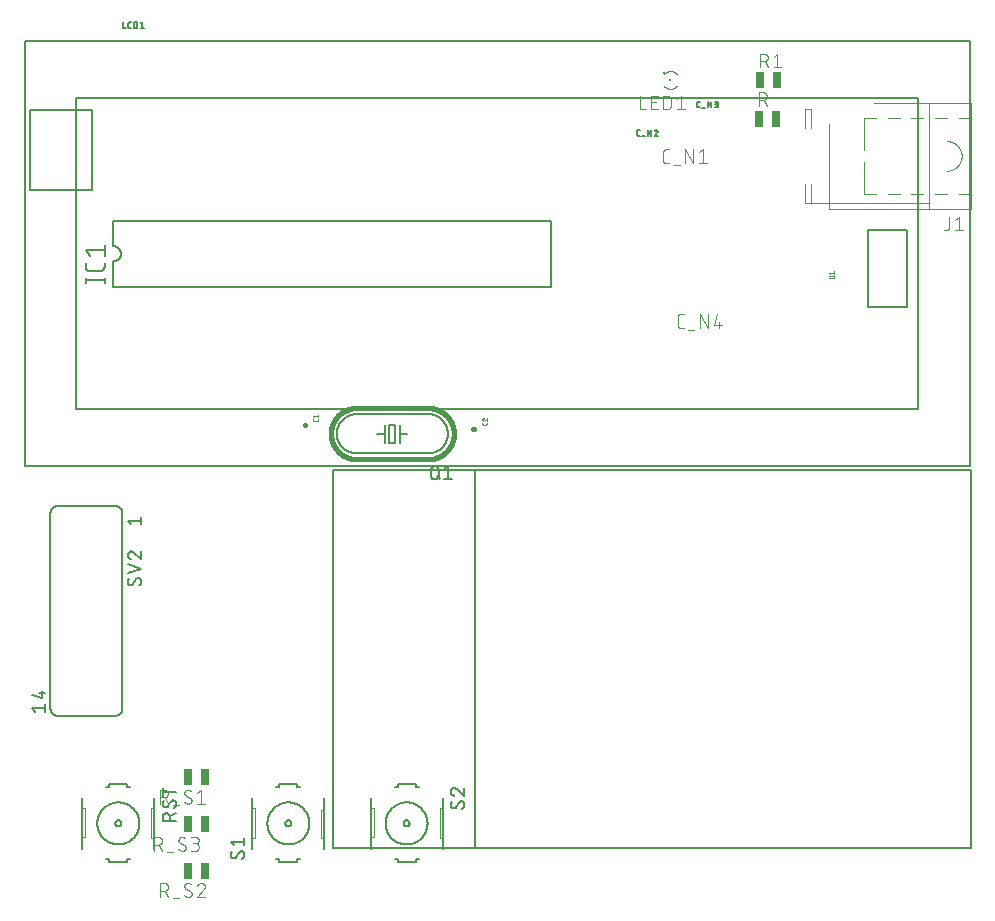
<source format=gbr>
G04 EAGLE Gerber RS-274X export*
G75*
%MOMM*%
%FSLAX34Y34*%
%LPD*%
%INSilkscreen Top*%
%IPPOS*%
%AMOC8*
5,1,8,0,0,1.08239X$1,22.5*%
G01*
%ADD10C,0.101600*%
%ADD11C,0.127000*%
%ADD12C,0.152400*%
%ADD13C,0.177800*%
%ADD14C,0.203200*%
%ADD15R,0.200000X0.200000*%
%ADD16R,0.150000X0.250000*%
%ADD17C,0.406400*%
%ADD18R,0.650000X1.400000*%
%ADD19C,0.050800*%
%ADD20C,0.025400*%
%ADD21C,0.100000*%


D10*
X742301Y699008D02*
X739704Y699008D01*
X739605Y699010D01*
X739505Y699016D01*
X739406Y699025D01*
X739308Y699038D01*
X739210Y699055D01*
X739112Y699076D01*
X739016Y699101D01*
X738921Y699129D01*
X738827Y699161D01*
X738734Y699196D01*
X738642Y699235D01*
X738552Y699278D01*
X738464Y699323D01*
X738377Y699373D01*
X738293Y699425D01*
X738210Y699481D01*
X738130Y699539D01*
X738052Y699601D01*
X737977Y699666D01*
X737904Y699734D01*
X737834Y699804D01*
X737766Y699877D01*
X737701Y699952D01*
X737639Y700030D01*
X737581Y700110D01*
X737525Y700193D01*
X737473Y700277D01*
X737423Y700364D01*
X737378Y700452D01*
X737335Y700542D01*
X737296Y700634D01*
X737261Y700727D01*
X737229Y700821D01*
X737201Y700916D01*
X737176Y701012D01*
X737155Y701110D01*
X737138Y701208D01*
X737125Y701306D01*
X737116Y701405D01*
X737110Y701505D01*
X737108Y701604D01*
X737108Y708096D01*
X737110Y708195D01*
X737116Y708295D01*
X737125Y708394D01*
X737138Y708492D01*
X737155Y708590D01*
X737176Y708688D01*
X737201Y708784D01*
X737229Y708879D01*
X737261Y708973D01*
X737296Y709066D01*
X737335Y709158D01*
X737378Y709248D01*
X737423Y709336D01*
X737473Y709423D01*
X737525Y709507D01*
X737581Y709590D01*
X737639Y709670D01*
X737701Y709748D01*
X737766Y709823D01*
X737834Y709896D01*
X737904Y709966D01*
X737977Y710034D01*
X738052Y710099D01*
X738130Y710161D01*
X738210Y710219D01*
X738293Y710275D01*
X738377Y710327D01*
X738464Y710377D01*
X738552Y710422D01*
X738642Y710465D01*
X738734Y710504D01*
X738826Y710539D01*
X738921Y710571D01*
X739016Y710599D01*
X739112Y710624D01*
X739210Y710645D01*
X739308Y710662D01*
X739406Y710675D01*
X739505Y710684D01*
X739605Y710690D01*
X739704Y710692D01*
X742301Y710692D01*
X746172Y697710D02*
X751365Y697710D01*
X756191Y699008D02*
X756191Y710692D01*
X762682Y699008D01*
X762682Y710692D01*
X768002Y708096D02*
X771248Y710692D01*
X771248Y699008D01*
X774493Y699008D02*
X768002Y699008D01*
D11*
X717283Y722249D02*
X716211Y722249D01*
X716146Y722251D01*
X716082Y722257D01*
X716018Y722267D01*
X715954Y722280D01*
X715892Y722298D01*
X715831Y722319D01*
X715771Y722343D01*
X715713Y722372D01*
X715656Y722404D01*
X715602Y722439D01*
X715550Y722477D01*
X715500Y722519D01*
X715453Y722563D01*
X715409Y722610D01*
X715367Y722660D01*
X715329Y722712D01*
X715294Y722766D01*
X715262Y722823D01*
X715233Y722881D01*
X715209Y722941D01*
X715188Y723002D01*
X715170Y723064D01*
X715157Y723128D01*
X715147Y723192D01*
X715141Y723256D01*
X715139Y723321D01*
X715139Y726003D01*
X715141Y726068D01*
X715147Y726132D01*
X715157Y726196D01*
X715170Y726260D01*
X715188Y726322D01*
X715209Y726383D01*
X715233Y726443D01*
X715262Y726501D01*
X715294Y726558D01*
X715329Y726612D01*
X715367Y726664D01*
X715409Y726714D01*
X715453Y726761D01*
X715500Y726805D01*
X715550Y726847D01*
X715602Y726885D01*
X715656Y726920D01*
X715713Y726952D01*
X715771Y726981D01*
X715831Y727005D01*
X715892Y727026D01*
X715954Y727044D01*
X716018Y727057D01*
X716082Y727067D01*
X716146Y727073D01*
X716211Y727075D01*
X717283Y727075D01*
X719459Y721713D02*
X721604Y721713D01*
X724311Y722249D02*
X724311Y727075D01*
X726992Y722249D01*
X726992Y727075D01*
X731455Y727075D02*
X731523Y727073D01*
X731590Y727067D01*
X731657Y727058D01*
X731724Y727045D01*
X731789Y727028D01*
X731854Y727007D01*
X731917Y726983D01*
X731979Y726955D01*
X732039Y726924D01*
X732097Y726890D01*
X732153Y726852D01*
X732208Y726812D01*
X732259Y726768D01*
X732308Y726721D01*
X732355Y726672D01*
X732399Y726621D01*
X732439Y726566D01*
X732477Y726510D01*
X732511Y726452D01*
X732542Y726392D01*
X732570Y726330D01*
X732594Y726267D01*
X732615Y726202D01*
X732632Y726137D01*
X732645Y726070D01*
X732654Y726003D01*
X732660Y725936D01*
X732662Y725868D01*
X731455Y727075D02*
X731377Y727073D01*
X731299Y727067D01*
X731222Y727057D01*
X731145Y727044D01*
X731069Y727026D01*
X730994Y727005D01*
X730920Y726980D01*
X730848Y726951D01*
X730777Y726919D01*
X730708Y726883D01*
X730640Y726844D01*
X730575Y726801D01*
X730512Y726755D01*
X730451Y726706D01*
X730393Y726654D01*
X730338Y726599D01*
X730285Y726542D01*
X730236Y726482D01*
X730189Y726419D01*
X730146Y726355D01*
X730106Y726288D01*
X730069Y726219D01*
X730036Y726148D01*
X730006Y726076D01*
X729980Y726003D01*
X732260Y724930D02*
X732309Y724979D01*
X732356Y725031D01*
X732399Y725086D01*
X732440Y725143D01*
X732478Y725202D01*
X732512Y725263D01*
X732543Y725326D01*
X732571Y725390D01*
X732595Y725456D01*
X732615Y725522D01*
X732632Y725590D01*
X732645Y725659D01*
X732654Y725728D01*
X732660Y725798D01*
X732662Y725868D01*
X732259Y724930D02*
X729980Y722249D01*
X732662Y722249D01*
X767011Y746125D02*
X768083Y746125D01*
X767011Y746125D02*
X766946Y746127D01*
X766882Y746133D01*
X766818Y746143D01*
X766754Y746156D01*
X766692Y746174D01*
X766631Y746195D01*
X766571Y746219D01*
X766513Y746248D01*
X766456Y746280D01*
X766402Y746315D01*
X766350Y746353D01*
X766300Y746395D01*
X766253Y746439D01*
X766209Y746486D01*
X766167Y746536D01*
X766129Y746588D01*
X766094Y746642D01*
X766062Y746699D01*
X766033Y746757D01*
X766009Y746817D01*
X765988Y746878D01*
X765970Y746940D01*
X765957Y747004D01*
X765947Y747068D01*
X765941Y747132D01*
X765939Y747197D01*
X765939Y749879D01*
X765941Y749944D01*
X765947Y750008D01*
X765957Y750072D01*
X765970Y750136D01*
X765988Y750198D01*
X766009Y750259D01*
X766033Y750319D01*
X766062Y750377D01*
X766094Y750434D01*
X766129Y750488D01*
X766167Y750540D01*
X766209Y750590D01*
X766253Y750637D01*
X766300Y750681D01*
X766350Y750723D01*
X766402Y750761D01*
X766456Y750796D01*
X766513Y750828D01*
X766571Y750857D01*
X766631Y750881D01*
X766692Y750902D01*
X766754Y750920D01*
X766818Y750933D01*
X766882Y750943D01*
X766946Y750949D01*
X767011Y750951D01*
X768083Y750951D01*
X770259Y745589D02*
X772404Y745589D01*
X775111Y746125D02*
X775111Y750951D01*
X777792Y746125D01*
X777792Y750951D01*
X780780Y746125D02*
X782121Y746125D01*
X782192Y746127D01*
X782264Y746133D01*
X782334Y746142D01*
X782404Y746155D01*
X782474Y746172D01*
X782542Y746193D01*
X782609Y746217D01*
X782675Y746245D01*
X782739Y746276D01*
X782802Y746311D01*
X782862Y746349D01*
X782921Y746390D01*
X782977Y746434D01*
X783031Y746481D01*
X783082Y746530D01*
X783130Y746583D01*
X783176Y746638D01*
X783218Y746695D01*
X783258Y746755D01*
X783294Y746816D01*
X783327Y746880D01*
X783356Y746945D01*
X783382Y747011D01*
X783405Y747079D01*
X783424Y747148D01*
X783439Y747218D01*
X783450Y747288D01*
X783458Y747359D01*
X783462Y747430D01*
X783462Y747502D01*
X783458Y747573D01*
X783450Y747644D01*
X783439Y747714D01*
X783424Y747784D01*
X783405Y747853D01*
X783382Y747921D01*
X783356Y747987D01*
X783327Y748052D01*
X783294Y748116D01*
X783258Y748177D01*
X783218Y748237D01*
X783176Y748294D01*
X783130Y748349D01*
X783082Y748402D01*
X783031Y748451D01*
X782977Y748498D01*
X782921Y748542D01*
X782862Y748583D01*
X782802Y748621D01*
X782739Y748656D01*
X782675Y748687D01*
X782609Y748715D01*
X782542Y748739D01*
X782474Y748760D01*
X782404Y748777D01*
X782334Y748790D01*
X782264Y748799D01*
X782192Y748805D01*
X782121Y748807D01*
X782389Y750951D02*
X780780Y750951D01*
X782389Y750951D02*
X782454Y750949D01*
X782518Y750943D01*
X782582Y750933D01*
X782646Y750920D01*
X782708Y750902D01*
X782769Y750881D01*
X782829Y750857D01*
X782887Y750828D01*
X782944Y750796D01*
X782998Y750761D01*
X783050Y750723D01*
X783100Y750681D01*
X783147Y750637D01*
X783191Y750590D01*
X783233Y750540D01*
X783271Y750488D01*
X783306Y750434D01*
X783338Y750377D01*
X783367Y750319D01*
X783391Y750259D01*
X783412Y750198D01*
X783430Y750136D01*
X783443Y750072D01*
X783453Y750008D01*
X783459Y749944D01*
X783461Y749879D01*
X783459Y749814D01*
X783453Y749750D01*
X783443Y749686D01*
X783430Y749622D01*
X783412Y749560D01*
X783391Y749499D01*
X783367Y749439D01*
X783338Y749381D01*
X783306Y749324D01*
X783271Y749270D01*
X783233Y749218D01*
X783191Y749168D01*
X783147Y749121D01*
X783100Y749077D01*
X783050Y749035D01*
X782998Y748997D01*
X782944Y748962D01*
X782887Y748930D01*
X782829Y748901D01*
X782769Y748877D01*
X782708Y748856D01*
X782646Y748838D01*
X782582Y748825D01*
X782518Y748815D01*
X782454Y748809D01*
X782389Y748807D01*
X782389Y748806D02*
X781317Y748806D01*
D10*
X754700Y559308D02*
X752103Y559308D01*
X752004Y559310D01*
X751904Y559316D01*
X751805Y559325D01*
X751707Y559338D01*
X751609Y559355D01*
X751511Y559376D01*
X751415Y559401D01*
X751320Y559429D01*
X751226Y559461D01*
X751133Y559496D01*
X751041Y559535D01*
X750951Y559578D01*
X750863Y559623D01*
X750776Y559673D01*
X750692Y559725D01*
X750609Y559781D01*
X750529Y559839D01*
X750451Y559901D01*
X750376Y559966D01*
X750303Y560034D01*
X750233Y560104D01*
X750165Y560177D01*
X750100Y560252D01*
X750038Y560330D01*
X749980Y560410D01*
X749924Y560493D01*
X749872Y560577D01*
X749822Y560664D01*
X749777Y560752D01*
X749734Y560842D01*
X749695Y560934D01*
X749660Y561027D01*
X749628Y561121D01*
X749600Y561216D01*
X749575Y561312D01*
X749554Y561410D01*
X749537Y561508D01*
X749524Y561606D01*
X749515Y561705D01*
X749509Y561805D01*
X749507Y561904D01*
X749507Y568396D01*
X749509Y568495D01*
X749515Y568595D01*
X749524Y568694D01*
X749537Y568792D01*
X749554Y568890D01*
X749575Y568988D01*
X749600Y569084D01*
X749628Y569179D01*
X749660Y569273D01*
X749695Y569366D01*
X749734Y569458D01*
X749777Y569548D01*
X749822Y569636D01*
X749872Y569723D01*
X749924Y569807D01*
X749980Y569890D01*
X750038Y569970D01*
X750100Y570048D01*
X750165Y570123D01*
X750233Y570196D01*
X750303Y570266D01*
X750376Y570334D01*
X750451Y570399D01*
X750529Y570461D01*
X750609Y570519D01*
X750692Y570575D01*
X750776Y570627D01*
X750863Y570677D01*
X750951Y570722D01*
X751041Y570765D01*
X751133Y570804D01*
X751225Y570839D01*
X751320Y570871D01*
X751415Y570899D01*
X751511Y570924D01*
X751609Y570945D01*
X751707Y570962D01*
X751805Y570975D01*
X751904Y570984D01*
X752004Y570990D01*
X752103Y570992D01*
X754700Y570992D01*
X758571Y558010D02*
X763764Y558010D01*
X768590Y559308D02*
X768590Y570992D01*
X775081Y559308D01*
X775081Y570992D01*
X782997Y570992D02*
X780401Y561904D01*
X786892Y561904D01*
X784945Y564501D02*
X784945Y559308D01*
D12*
X271780Y594360D02*
X271780Y615950D01*
X271938Y615952D01*
X272097Y615958D01*
X272255Y615968D01*
X272412Y615982D01*
X272570Y615999D01*
X272726Y616021D01*
X272883Y616046D01*
X273038Y616076D01*
X273193Y616109D01*
X273347Y616146D01*
X273500Y616187D01*
X273652Y616232D01*
X273802Y616281D01*
X273952Y616333D01*
X274100Y616389D01*
X274247Y616449D01*
X274392Y616512D01*
X274535Y616579D01*
X274677Y616649D01*
X274817Y616723D01*
X274955Y616801D01*
X275091Y616882D01*
X275225Y616966D01*
X275357Y617053D01*
X275487Y617144D01*
X275614Y617238D01*
X275739Y617335D01*
X275862Y617436D01*
X275982Y617539D01*
X276099Y617645D01*
X276214Y617754D01*
X276326Y617866D01*
X276435Y617981D01*
X276541Y618098D01*
X276644Y618218D01*
X276745Y618341D01*
X276842Y618466D01*
X276936Y618593D01*
X277027Y618723D01*
X277114Y618855D01*
X277198Y618989D01*
X277279Y619125D01*
X277357Y619263D01*
X277431Y619403D01*
X277501Y619545D01*
X277568Y619688D01*
X277631Y619833D01*
X277691Y619980D01*
X277747Y620128D01*
X277799Y620278D01*
X277848Y620428D01*
X277893Y620580D01*
X277934Y620733D01*
X277971Y620887D01*
X278004Y621042D01*
X278034Y621197D01*
X278059Y621354D01*
X278081Y621510D01*
X278098Y621668D01*
X278112Y621825D01*
X278122Y621983D01*
X278128Y622142D01*
X278130Y622300D01*
X278128Y622458D01*
X278122Y622617D01*
X278112Y622775D01*
X278098Y622932D01*
X278081Y623090D01*
X278059Y623246D01*
X278034Y623403D01*
X278004Y623558D01*
X277971Y623713D01*
X277934Y623867D01*
X277893Y624020D01*
X277848Y624172D01*
X277799Y624322D01*
X277747Y624472D01*
X277691Y624620D01*
X277631Y624767D01*
X277568Y624912D01*
X277501Y625055D01*
X277431Y625197D01*
X277357Y625337D01*
X277279Y625475D01*
X277198Y625611D01*
X277114Y625745D01*
X277027Y625877D01*
X276936Y626007D01*
X276842Y626134D01*
X276745Y626259D01*
X276644Y626382D01*
X276541Y626502D01*
X276435Y626619D01*
X276326Y626734D01*
X276214Y626846D01*
X276099Y626955D01*
X275982Y627061D01*
X275862Y627164D01*
X275739Y627265D01*
X275614Y627362D01*
X275487Y627456D01*
X275357Y627547D01*
X275225Y627634D01*
X275091Y627718D01*
X274955Y627799D01*
X274817Y627877D01*
X274677Y627951D01*
X274535Y628021D01*
X274392Y628088D01*
X274247Y628151D01*
X274100Y628211D01*
X273952Y628267D01*
X273802Y628319D01*
X273652Y628368D01*
X273500Y628413D01*
X273347Y628454D01*
X273193Y628491D01*
X273038Y628524D01*
X272883Y628554D01*
X272726Y628579D01*
X272570Y628601D01*
X272412Y628618D01*
X272255Y628632D01*
X272097Y628642D01*
X271938Y628648D01*
X271780Y628650D01*
X271780Y594360D02*
X642620Y594360D01*
X271780Y628650D02*
X271780Y650240D01*
X642620Y650240D01*
X642620Y594360D01*
D13*
X264287Y599567D02*
X248285Y599567D01*
X264287Y597789D02*
X264287Y601345D01*
X248285Y601345D02*
X248285Y597789D01*
X264287Y611139D02*
X264287Y614695D01*
X264287Y611139D02*
X264285Y611023D01*
X264279Y610906D01*
X264270Y610790D01*
X264257Y610675D01*
X264240Y610560D01*
X264219Y610445D01*
X264194Y610332D01*
X264166Y610219D01*
X264134Y610107D01*
X264098Y609996D01*
X264059Y609886D01*
X264016Y609778D01*
X263970Y609671D01*
X263920Y609566D01*
X263867Y609463D01*
X263811Y609361D01*
X263751Y609261D01*
X263688Y609163D01*
X263621Y609068D01*
X263552Y608974D01*
X263480Y608883D01*
X263405Y608794D01*
X263326Y608708D01*
X263245Y608625D01*
X263162Y608544D01*
X263076Y608465D01*
X262987Y608390D01*
X262896Y608318D01*
X262802Y608249D01*
X262707Y608182D01*
X262609Y608119D01*
X262509Y608059D01*
X262407Y608003D01*
X262304Y607950D01*
X262199Y607900D01*
X262092Y607854D01*
X261984Y607811D01*
X261874Y607772D01*
X261763Y607736D01*
X261651Y607704D01*
X261538Y607676D01*
X261425Y607651D01*
X261310Y607630D01*
X261195Y607613D01*
X261080Y607600D01*
X260964Y607591D01*
X260847Y607585D01*
X260731Y607583D01*
X251841Y607583D01*
X251725Y607585D01*
X251608Y607591D01*
X251492Y607600D01*
X251377Y607613D01*
X251262Y607630D01*
X251147Y607651D01*
X251034Y607676D01*
X250921Y607704D01*
X250809Y607736D01*
X250698Y607772D01*
X250588Y607811D01*
X250480Y607854D01*
X250373Y607900D01*
X250268Y607950D01*
X250165Y608003D01*
X250063Y608059D01*
X249963Y608119D01*
X249865Y608182D01*
X249770Y608249D01*
X249676Y608318D01*
X249585Y608390D01*
X249496Y608465D01*
X249410Y608544D01*
X249327Y608625D01*
X249246Y608708D01*
X249167Y608794D01*
X249092Y608883D01*
X249020Y608974D01*
X248951Y609068D01*
X248884Y609163D01*
X248821Y609261D01*
X248761Y609361D01*
X248705Y609463D01*
X248652Y609566D01*
X248602Y609671D01*
X248556Y609778D01*
X248513Y609886D01*
X248474Y609996D01*
X248438Y610107D01*
X248406Y610219D01*
X248378Y610332D01*
X248353Y610445D01*
X248332Y610560D01*
X248315Y610675D01*
X248302Y610790D01*
X248293Y610906D01*
X248287Y611023D01*
X248285Y611139D01*
X248285Y614695D01*
X251841Y620653D02*
X248285Y625098D01*
X264287Y625098D01*
X264287Y620653D02*
X264287Y629543D01*
D14*
X196900Y802300D02*
X996900Y802300D01*
X996900Y442300D01*
X196900Y442300D01*
X196900Y802300D01*
X240400Y753800D02*
X953400Y753800D01*
X953400Y490800D01*
X240400Y490800D01*
X240400Y753800D01*
D11*
X280035Y813435D02*
X280035Y818261D01*
X280035Y813435D02*
X282180Y813435D01*
X285631Y813435D02*
X286704Y813435D01*
X285631Y813435D02*
X285566Y813437D01*
X285502Y813443D01*
X285438Y813453D01*
X285374Y813466D01*
X285312Y813484D01*
X285251Y813505D01*
X285191Y813529D01*
X285133Y813558D01*
X285076Y813590D01*
X285022Y813625D01*
X284970Y813663D01*
X284920Y813705D01*
X284873Y813749D01*
X284829Y813796D01*
X284787Y813846D01*
X284749Y813898D01*
X284714Y813952D01*
X284682Y814009D01*
X284653Y814067D01*
X284629Y814127D01*
X284608Y814188D01*
X284590Y814250D01*
X284577Y814314D01*
X284567Y814378D01*
X284561Y814442D01*
X284559Y814507D01*
X284559Y817189D01*
X284561Y817254D01*
X284567Y817318D01*
X284577Y817382D01*
X284590Y817446D01*
X284608Y817508D01*
X284629Y817569D01*
X284653Y817629D01*
X284682Y817687D01*
X284714Y817744D01*
X284749Y817798D01*
X284787Y817850D01*
X284829Y817900D01*
X284873Y817947D01*
X284920Y817991D01*
X284970Y818033D01*
X285022Y818071D01*
X285076Y818106D01*
X285133Y818138D01*
X285191Y818167D01*
X285251Y818191D01*
X285312Y818212D01*
X285374Y818230D01*
X285438Y818243D01*
X285502Y818253D01*
X285566Y818259D01*
X285631Y818261D01*
X286704Y818261D01*
X289342Y818261D02*
X289342Y813435D01*
X289342Y818261D02*
X290683Y818261D01*
X290753Y818259D01*
X290823Y818254D01*
X290893Y818244D01*
X290962Y818232D01*
X291030Y818215D01*
X291097Y818195D01*
X291164Y818172D01*
X291228Y818145D01*
X291292Y818115D01*
X291354Y818081D01*
X291413Y818045D01*
X291471Y818005D01*
X291527Y817962D01*
X291580Y817917D01*
X291631Y817868D01*
X291680Y817817D01*
X291725Y817764D01*
X291768Y817708D01*
X291808Y817650D01*
X291844Y817591D01*
X291878Y817529D01*
X291908Y817465D01*
X291935Y817401D01*
X291958Y817334D01*
X291978Y817267D01*
X291995Y817199D01*
X292007Y817130D01*
X292017Y817060D01*
X292022Y816990D01*
X292024Y816920D01*
X292023Y816920D02*
X292023Y814776D01*
X292024Y814776D02*
X292022Y814706D01*
X292017Y814636D01*
X292007Y814566D01*
X291995Y814497D01*
X291978Y814429D01*
X291958Y814362D01*
X291935Y814295D01*
X291908Y814231D01*
X291878Y814167D01*
X291844Y814105D01*
X291808Y814046D01*
X291768Y813988D01*
X291725Y813932D01*
X291680Y813879D01*
X291631Y813828D01*
X291580Y813779D01*
X291527Y813734D01*
X291471Y813691D01*
X291413Y813651D01*
X291353Y813615D01*
X291292Y813581D01*
X291228Y813551D01*
X291164Y813524D01*
X291097Y813501D01*
X291030Y813481D01*
X290962Y813464D01*
X290893Y813452D01*
X290823Y813442D01*
X290753Y813437D01*
X290683Y813435D01*
X289342Y813435D01*
X295012Y817189D02*
X296352Y818261D01*
X296352Y813435D01*
X295012Y813435D02*
X297693Y813435D01*
D10*
X737900Y774300D02*
X738024Y774433D01*
X738152Y774563D01*
X738282Y774690D01*
X738416Y774814D01*
X738552Y774935D01*
X738692Y775052D01*
X738834Y775165D01*
X738979Y775275D01*
X739127Y775382D01*
X739277Y775485D01*
X739430Y775584D01*
X739585Y775679D01*
X739742Y775771D01*
X739902Y775858D01*
X740064Y775942D01*
X740227Y776022D01*
X740393Y776098D01*
X740560Y776169D01*
X740730Y776237D01*
X740900Y776300D01*
X741072Y776359D01*
X741246Y776414D01*
X741421Y776465D01*
X741597Y776511D01*
X741774Y776553D01*
X741952Y776591D01*
X742132Y776624D01*
X742311Y776653D01*
X742492Y776677D01*
X742673Y776697D01*
X742854Y776713D01*
X743036Y776724D01*
X743218Y776731D01*
X743400Y776733D01*
X743582Y776731D01*
X743764Y776724D01*
X743946Y776713D01*
X744127Y776697D01*
X744308Y776677D01*
X744489Y776653D01*
X744668Y776624D01*
X744848Y776591D01*
X745026Y776553D01*
X745203Y776511D01*
X745379Y776465D01*
X745554Y776414D01*
X745728Y776359D01*
X745900Y776300D01*
X746070Y776237D01*
X746240Y776169D01*
X746407Y776098D01*
X746573Y776022D01*
X746736Y775942D01*
X746898Y775858D01*
X747058Y775771D01*
X747215Y775679D01*
X747370Y775584D01*
X747523Y775485D01*
X747673Y775382D01*
X747821Y775275D01*
X747966Y775165D01*
X748108Y775052D01*
X748248Y774935D01*
X748384Y774814D01*
X748518Y774690D01*
X748648Y774563D01*
X748776Y774433D01*
X748900Y774300D01*
X748900Y764300D02*
X748776Y764167D01*
X748648Y764037D01*
X748518Y763910D01*
X748384Y763786D01*
X748248Y763665D01*
X748108Y763548D01*
X747966Y763435D01*
X747821Y763325D01*
X747673Y763218D01*
X747523Y763115D01*
X747370Y763016D01*
X747215Y762921D01*
X747058Y762829D01*
X746898Y762742D01*
X746736Y762658D01*
X746573Y762578D01*
X746407Y762502D01*
X746240Y762431D01*
X746070Y762363D01*
X745900Y762300D01*
X745728Y762241D01*
X745554Y762186D01*
X745379Y762135D01*
X745203Y762089D01*
X745026Y762047D01*
X744848Y762009D01*
X744668Y761976D01*
X744489Y761947D01*
X744308Y761923D01*
X744127Y761903D01*
X743946Y761887D01*
X743764Y761876D01*
X743582Y761869D01*
X743400Y761867D01*
X743218Y761869D01*
X743036Y761876D01*
X742854Y761887D01*
X742673Y761903D01*
X742492Y761923D01*
X742311Y761947D01*
X742132Y761976D01*
X741952Y762009D01*
X741774Y762047D01*
X741597Y762089D01*
X741421Y762135D01*
X741246Y762186D01*
X741072Y762241D01*
X740900Y762300D01*
X740730Y762363D01*
X740560Y762431D01*
X740393Y762502D01*
X740227Y762578D01*
X740064Y762658D01*
X739902Y762742D01*
X739742Y762829D01*
X739585Y762921D01*
X739430Y763016D01*
X739277Y763115D01*
X739127Y763218D01*
X738979Y763325D01*
X738834Y763435D01*
X738692Y763548D01*
X738552Y763665D01*
X738416Y763786D01*
X738282Y763910D01*
X738152Y764037D01*
X738024Y764167D01*
X737900Y764300D01*
D15*
X743400Y769300D03*
D16*
X738150Y775050D03*
D10*
X717501Y756092D02*
X717501Y744408D01*
X722693Y744408D01*
X727407Y744408D02*
X732599Y744408D01*
X727407Y744408D02*
X727407Y756092D01*
X732599Y756092D01*
X731301Y750899D02*
X727407Y750899D01*
X737290Y756092D02*
X737290Y744408D01*
X737290Y756092D02*
X740535Y756092D01*
X740648Y756090D01*
X740761Y756084D01*
X740874Y756074D01*
X740987Y756060D01*
X741099Y756043D01*
X741210Y756021D01*
X741320Y755996D01*
X741430Y755966D01*
X741538Y755933D01*
X741645Y755896D01*
X741751Y755856D01*
X741855Y755811D01*
X741958Y755763D01*
X742059Y755712D01*
X742158Y755657D01*
X742255Y755599D01*
X742350Y755537D01*
X742443Y755472D01*
X742533Y755404D01*
X742621Y755333D01*
X742707Y755258D01*
X742790Y755181D01*
X742870Y755101D01*
X742947Y755018D01*
X743022Y754932D01*
X743093Y754844D01*
X743161Y754754D01*
X743226Y754661D01*
X743288Y754566D01*
X743346Y754469D01*
X743401Y754370D01*
X743452Y754269D01*
X743500Y754166D01*
X743545Y754062D01*
X743585Y753956D01*
X743622Y753849D01*
X743655Y753741D01*
X743685Y753631D01*
X743710Y753521D01*
X743732Y753410D01*
X743749Y753298D01*
X743763Y753185D01*
X743773Y753072D01*
X743779Y752959D01*
X743781Y752846D01*
X743781Y747654D01*
X743782Y747654D02*
X743780Y747541D01*
X743774Y747428D01*
X743764Y747315D01*
X743750Y747202D01*
X743733Y747090D01*
X743711Y746979D01*
X743686Y746869D01*
X743656Y746759D01*
X743623Y746651D01*
X743586Y746544D01*
X743546Y746438D01*
X743501Y746334D01*
X743453Y746231D01*
X743402Y746130D01*
X743347Y746031D01*
X743289Y745934D01*
X743227Y745839D01*
X743162Y745746D01*
X743094Y745656D01*
X743023Y745568D01*
X742948Y745482D01*
X742871Y745399D01*
X742791Y745319D01*
X742708Y745242D01*
X742622Y745167D01*
X742534Y745096D01*
X742444Y745028D01*
X742351Y744963D01*
X742256Y744901D01*
X742159Y744843D01*
X742060Y744788D01*
X741959Y744737D01*
X741856Y744689D01*
X741752Y744644D01*
X741646Y744604D01*
X741539Y744567D01*
X741431Y744534D01*
X741321Y744504D01*
X741211Y744479D01*
X741100Y744457D01*
X740988Y744440D01*
X740875Y744426D01*
X740762Y744416D01*
X740649Y744410D01*
X740536Y744408D01*
X740535Y744408D02*
X737290Y744408D01*
X749101Y753496D02*
X752346Y756092D01*
X752346Y744408D01*
X749101Y744408D02*
X755592Y744408D01*
D17*
X538480Y491490D02*
X477520Y491490D01*
X477520Y448310D02*
X538480Y448310D01*
D12*
X538480Y486410D02*
X477520Y486410D01*
X477520Y453390D02*
X538480Y453390D01*
X510540Y462280D02*
X505460Y462280D01*
X505460Y477520D01*
X510540Y477520D01*
X510540Y462280D01*
X501650Y462280D02*
X501650Y469900D01*
X501650Y477520D01*
X514350Y469900D02*
X514350Y462280D01*
X514350Y469900D02*
X514350Y477520D01*
X501650Y469900D02*
X495300Y469900D01*
X514350Y469900D02*
X520700Y469900D01*
D17*
X538480Y448310D02*
X539006Y448316D01*
X539531Y448336D01*
X540056Y448368D01*
X540580Y448412D01*
X541102Y448470D01*
X541624Y448540D01*
X542143Y448623D01*
X542660Y448718D01*
X543174Y448827D01*
X543686Y448947D01*
X544195Y449080D01*
X544700Y449225D01*
X545202Y449383D01*
X545699Y449553D01*
X546193Y449735D01*
X546681Y449928D01*
X547165Y450134D01*
X547644Y450351D01*
X548117Y450580D01*
X548585Y450821D01*
X549047Y451072D01*
X549502Y451335D01*
X549951Y451609D01*
X550393Y451894D01*
X550828Y452189D01*
X551255Y452495D01*
X551675Y452812D01*
X552087Y453138D01*
X552492Y453474D01*
X552887Y453820D01*
X553275Y454176D01*
X553653Y454541D01*
X554023Y454915D01*
X554383Y455298D01*
X554734Y455689D01*
X555075Y456089D01*
X555406Y456498D01*
X555728Y456914D01*
X556039Y457338D01*
X556340Y457769D01*
X556630Y458207D01*
X556909Y458653D01*
X557177Y459105D01*
X557435Y459564D01*
X557681Y460028D01*
X557916Y460499D01*
X558139Y460975D01*
X558350Y461456D01*
X558550Y461942D01*
X558738Y462433D01*
X558914Y462929D01*
X559077Y463429D01*
X559229Y463932D01*
X559368Y464439D01*
X559495Y464949D01*
X559609Y465463D01*
X559711Y465978D01*
X559800Y466497D01*
X559877Y467017D01*
X559940Y467539D01*
X559992Y468062D01*
X560030Y468586D01*
X560056Y469111D01*
X560068Y469637D01*
X560068Y470163D01*
X560056Y470689D01*
X560030Y471214D01*
X559992Y471738D01*
X559940Y472261D01*
X559877Y472783D01*
X559800Y473303D01*
X559711Y473822D01*
X559609Y474337D01*
X559495Y474851D01*
X559368Y475361D01*
X559229Y475868D01*
X559077Y476371D01*
X558914Y476871D01*
X558738Y477367D01*
X558550Y477858D01*
X558350Y478344D01*
X558139Y478825D01*
X557916Y479301D01*
X557681Y479772D01*
X557435Y480236D01*
X557177Y480695D01*
X556909Y481147D01*
X556630Y481593D01*
X556340Y482031D01*
X556039Y482462D01*
X555728Y482886D01*
X555406Y483302D01*
X555075Y483711D01*
X554734Y484111D01*
X554383Y484502D01*
X554023Y484885D01*
X553653Y485259D01*
X553275Y485624D01*
X552887Y485980D01*
X552492Y486326D01*
X552087Y486662D01*
X551675Y486988D01*
X551255Y487305D01*
X550828Y487611D01*
X550393Y487906D01*
X549951Y488191D01*
X549502Y488465D01*
X549047Y488728D01*
X548585Y488979D01*
X548117Y489220D01*
X547644Y489449D01*
X547165Y489666D01*
X546681Y489872D01*
X546193Y490065D01*
X545699Y490247D01*
X545202Y490417D01*
X544700Y490575D01*
X544195Y490720D01*
X543686Y490853D01*
X543174Y490973D01*
X542660Y491082D01*
X542143Y491177D01*
X541624Y491260D01*
X541102Y491330D01*
X540580Y491388D01*
X540056Y491432D01*
X539531Y491464D01*
X539006Y491484D01*
X538480Y491490D01*
X477520Y491490D02*
X476994Y491484D01*
X476469Y491464D01*
X475944Y491432D01*
X475420Y491388D01*
X474898Y491330D01*
X474376Y491260D01*
X473857Y491177D01*
X473340Y491082D01*
X472826Y490973D01*
X472314Y490853D01*
X471805Y490720D01*
X471300Y490575D01*
X470798Y490417D01*
X470301Y490247D01*
X469807Y490065D01*
X469319Y489872D01*
X468835Y489666D01*
X468356Y489449D01*
X467883Y489220D01*
X467415Y488979D01*
X466953Y488728D01*
X466498Y488465D01*
X466049Y488191D01*
X465607Y487906D01*
X465172Y487611D01*
X464745Y487305D01*
X464325Y486988D01*
X463913Y486662D01*
X463508Y486326D01*
X463113Y485980D01*
X462725Y485624D01*
X462347Y485259D01*
X461977Y484885D01*
X461617Y484502D01*
X461266Y484111D01*
X460925Y483711D01*
X460594Y483302D01*
X460272Y482886D01*
X459961Y482462D01*
X459660Y482031D01*
X459370Y481593D01*
X459091Y481147D01*
X458823Y480695D01*
X458565Y480236D01*
X458319Y479772D01*
X458084Y479301D01*
X457861Y478825D01*
X457650Y478344D01*
X457450Y477858D01*
X457262Y477367D01*
X457086Y476871D01*
X456923Y476371D01*
X456771Y475868D01*
X456632Y475361D01*
X456505Y474851D01*
X456391Y474337D01*
X456289Y473822D01*
X456200Y473303D01*
X456123Y472783D01*
X456060Y472261D01*
X456008Y471738D01*
X455970Y471214D01*
X455944Y470689D01*
X455932Y470163D01*
X455932Y469637D01*
X455944Y469111D01*
X455970Y468586D01*
X456008Y468062D01*
X456060Y467539D01*
X456123Y467017D01*
X456200Y466497D01*
X456289Y465978D01*
X456391Y465463D01*
X456505Y464949D01*
X456632Y464439D01*
X456771Y463932D01*
X456923Y463429D01*
X457086Y462929D01*
X457262Y462433D01*
X457450Y461942D01*
X457650Y461456D01*
X457861Y460975D01*
X458084Y460499D01*
X458319Y460028D01*
X458565Y459564D01*
X458823Y459105D01*
X459091Y458653D01*
X459370Y458207D01*
X459660Y457769D01*
X459961Y457338D01*
X460272Y456914D01*
X460594Y456498D01*
X460925Y456089D01*
X461266Y455689D01*
X461617Y455298D01*
X461977Y454915D01*
X462347Y454541D01*
X462725Y454176D01*
X463113Y453820D01*
X463508Y453474D01*
X463913Y453138D01*
X464325Y452812D01*
X464745Y452495D01*
X465172Y452189D01*
X465607Y451894D01*
X466049Y451609D01*
X466498Y451335D01*
X466953Y451072D01*
X467415Y450821D01*
X467883Y450580D01*
X468356Y450351D01*
X468835Y450134D01*
X469319Y449928D01*
X469807Y449735D01*
X470301Y449553D01*
X470798Y449383D01*
X471300Y449225D01*
X471805Y449080D01*
X472314Y448947D01*
X472826Y448827D01*
X473340Y448718D01*
X473857Y448623D01*
X474376Y448540D01*
X474898Y448470D01*
X475420Y448412D01*
X475944Y448368D01*
X476469Y448336D01*
X476994Y448316D01*
X477520Y448310D01*
D12*
X538480Y453390D02*
X538882Y453395D01*
X539284Y453410D01*
X539685Y453434D01*
X540086Y453468D01*
X540485Y453512D01*
X540884Y453566D01*
X541281Y453629D01*
X541676Y453702D01*
X542070Y453785D01*
X542461Y453877D01*
X542850Y453979D01*
X543237Y454090D01*
X543620Y454211D01*
X544001Y454340D01*
X544378Y454479D01*
X544752Y454628D01*
X545122Y454785D01*
X545488Y454951D01*
X545850Y455126D01*
X546207Y455310D01*
X546560Y455502D01*
X546908Y455703D01*
X547252Y455913D01*
X547590Y456131D01*
X547922Y456357D01*
X548249Y456591D01*
X548570Y456832D01*
X548886Y457082D01*
X549195Y457339D01*
X549497Y457604D01*
X549794Y457876D01*
X550083Y458155D01*
X550366Y458441D01*
X550641Y458734D01*
X550909Y459033D01*
X551170Y459339D01*
X551424Y459651D01*
X551670Y459969D01*
X551907Y460294D01*
X552137Y460623D01*
X552359Y460959D01*
X552573Y461299D01*
X552778Y461645D01*
X552975Y461996D01*
X553163Y462351D01*
X553343Y462711D01*
X553513Y463075D01*
X553675Y463443D01*
X553828Y463815D01*
X553971Y464190D01*
X554106Y464569D01*
X554231Y464951D01*
X554347Y465336D01*
X554453Y465724D01*
X554550Y466114D01*
X554638Y466507D01*
X554715Y466901D01*
X554784Y467297D01*
X554842Y467695D01*
X554891Y468094D01*
X554930Y468494D01*
X554959Y468895D01*
X554979Y469297D01*
X554989Y469699D01*
X554989Y470101D01*
X554979Y470503D01*
X554959Y470905D01*
X554930Y471306D01*
X554891Y471706D01*
X554842Y472105D01*
X554784Y472503D01*
X554715Y472899D01*
X554638Y473293D01*
X554550Y473686D01*
X554453Y474076D01*
X554347Y474464D01*
X554231Y474849D01*
X554106Y475231D01*
X553971Y475610D01*
X553828Y475985D01*
X553675Y476357D01*
X553513Y476725D01*
X553343Y477089D01*
X553163Y477449D01*
X552975Y477804D01*
X552778Y478155D01*
X552573Y478501D01*
X552359Y478841D01*
X552137Y479177D01*
X551907Y479506D01*
X551670Y479831D01*
X551424Y480149D01*
X551170Y480461D01*
X550909Y480767D01*
X550641Y481066D01*
X550366Y481359D01*
X550083Y481645D01*
X549794Y481924D01*
X549497Y482196D01*
X549195Y482461D01*
X548886Y482718D01*
X548570Y482968D01*
X548249Y483209D01*
X547922Y483443D01*
X547590Y483669D01*
X547252Y483887D01*
X546908Y484097D01*
X546560Y484298D01*
X546207Y484490D01*
X545850Y484674D01*
X545488Y484849D01*
X545122Y485015D01*
X544752Y485172D01*
X544378Y485321D01*
X544001Y485460D01*
X543620Y485589D01*
X543237Y485710D01*
X542850Y485821D01*
X542461Y485923D01*
X542070Y486015D01*
X541676Y486098D01*
X541281Y486171D01*
X540884Y486234D01*
X540485Y486288D01*
X540086Y486332D01*
X539685Y486366D01*
X539284Y486390D01*
X538882Y486405D01*
X538480Y486410D01*
X477520Y486410D02*
X477118Y486405D01*
X476716Y486390D01*
X476315Y486366D01*
X475914Y486332D01*
X475515Y486288D01*
X475116Y486234D01*
X474719Y486171D01*
X474324Y486098D01*
X473930Y486015D01*
X473539Y485923D01*
X473150Y485821D01*
X472763Y485710D01*
X472380Y485589D01*
X471999Y485460D01*
X471622Y485321D01*
X471248Y485172D01*
X470878Y485015D01*
X470512Y484849D01*
X470150Y484674D01*
X469793Y484490D01*
X469440Y484298D01*
X469092Y484097D01*
X468748Y483887D01*
X468410Y483669D01*
X468078Y483443D01*
X467751Y483209D01*
X467430Y482968D01*
X467114Y482718D01*
X466805Y482461D01*
X466503Y482196D01*
X466206Y481924D01*
X465917Y481645D01*
X465634Y481359D01*
X465359Y481066D01*
X465091Y480767D01*
X464830Y480461D01*
X464576Y480149D01*
X464330Y479831D01*
X464093Y479506D01*
X463863Y479177D01*
X463641Y478841D01*
X463427Y478501D01*
X463222Y478155D01*
X463025Y477804D01*
X462837Y477449D01*
X462657Y477089D01*
X462487Y476725D01*
X462325Y476357D01*
X462172Y475985D01*
X462029Y475610D01*
X461894Y475231D01*
X461769Y474849D01*
X461653Y474464D01*
X461547Y474076D01*
X461450Y473686D01*
X461362Y473293D01*
X461285Y472899D01*
X461216Y472503D01*
X461158Y472105D01*
X461109Y471706D01*
X461070Y471306D01*
X461041Y470905D01*
X461021Y470503D01*
X461011Y470101D01*
X461011Y469699D01*
X461021Y469297D01*
X461041Y468895D01*
X461070Y468494D01*
X461109Y468094D01*
X461158Y467695D01*
X461216Y467297D01*
X461285Y466901D01*
X461362Y466507D01*
X461450Y466114D01*
X461547Y465724D01*
X461653Y465336D01*
X461769Y464951D01*
X461894Y464569D01*
X462029Y464190D01*
X462172Y463815D01*
X462325Y463443D01*
X462487Y463075D01*
X462657Y462711D01*
X462837Y462351D01*
X463025Y461996D01*
X463222Y461645D01*
X463427Y461299D01*
X463641Y460959D01*
X463863Y460623D01*
X464093Y460294D01*
X464330Y459969D01*
X464576Y459651D01*
X464830Y459339D01*
X465091Y459033D01*
X465359Y458734D01*
X465634Y458441D01*
X465917Y458155D01*
X466206Y457876D01*
X466503Y457604D01*
X466805Y457339D01*
X467114Y457082D01*
X467430Y456832D01*
X467751Y456591D01*
X468078Y456357D01*
X468410Y456131D01*
X468748Y455913D01*
X469092Y455703D01*
X469440Y455502D01*
X469793Y455310D01*
X470150Y455126D01*
X470512Y454951D01*
X470878Y454785D01*
X471248Y454628D01*
X471622Y454479D01*
X471999Y454340D01*
X472380Y454211D01*
X472763Y454090D01*
X473150Y453979D01*
X473539Y453877D01*
X473930Y453785D01*
X474324Y453702D01*
X474719Y453629D01*
X475116Y453566D01*
X475515Y453512D01*
X475914Y453468D01*
X476315Y453434D01*
X476716Y453410D01*
X477118Y453395D01*
X477520Y453390D01*
D11*
X540754Y439420D02*
X540754Y434340D01*
X540754Y439420D02*
X540756Y439531D01*
X540762Y439641D01*
X540771Y439752D01*
X540785Y439862D01*
X540802Y439971D01*
X540823Y440080D01*
X540848Y440188D01*
X540877Y440295D01*
X540909Y440401D01*
X540945Y440506D01*
X540985Y440609D01*
X541028Y440711D01*
X541075Y440812D01*
X541126Y440911D01*
X541179Y441008D01*
X541236Y441102D01*
X541297Y441195D01*
X541360Y441286D01*
X541427Y441375D01*
X541497Y441461D01*
X541570Y441544D01*
X541645Y441626D01*
X541723Y441704D01*
X541805Y441779D01*
X541888Y441852D01*
X541974Y441922D01*
X542063Y441989D01*
X542154Y442052D01*
X542247Y442113D01*
X542342Y442170D01*
X542438Y442223D01*
X542537Y442274D01*
X542638Y442321D01*
X542740Y442364D01*
X542843Y442404D01*
X542948Y442440D01*
X543054Y442472D01*
X543161Y442501D01*
X543269Y442526D01*
X543378Y442547D01*
X543487Y442564D01*
X543597Y442578D01*
X543708Y442587D01*
X543818Y442593D01*
X543929Y442595D01*
X544040Y442593D01*
X544150Y442587D01*
X544261Y442578D01*
X544371Y442564D01*
X544480Y442547D01*
X544589Y442526D01*
X544697Y442501D01*
X544804Y442472D01*
X544910Y442440D01*
X545015Y442404D01*
X545118Y442364D01*
X545220Y442321D01*
X545321Y442274D01*
X545420Y442223D01*
X545517Y442170D01*
X545611Y442113D01*
X545704Y442052D01*
X545795Y441989D01*
X545884Y441922D01*
X545970Y441852D01*
X546053Y441779D01*
X546135Y441704D01*
X546213Y441626D01*
X546288Y441544D01*
X546361Y441461D01*
X546431Y441375D01*
X546498Y441286D01*
X546561Y441195D01*
X546622Y441102D01*
X546679Y441008D01*
X546732Y440911D01*
X546783Y440812D01*
X546830Y440711D01*
X546873Y440609D01*
X546913Y440506D01*
X546949Y440401D01*
X546981Y440295D01*
X547010Y440188D01*
X547035Y440080D01*
X547056Y439971D01*
X547073Y439862D01*
X547087Y439752D01*
X547096Y439641D01*
X547102Y439531D01*
X547104Y439420D01*
X547104Y434340D01*
X547102Y434229D01*
X547096Y434119D01*
X547087Y434008D01*
X547073Y433898D01*
X547056Y433789D01*
X547035Y433680D01*
X547010Y433572D01*
X546981Y433465D01*
X546949Y433359D01*
X546913Y433254D01*
X546873Y433151D01*
X546830Y433049D01*
X546783Y432948D01*
X546732Y432849D01*
X546679Y432752D01*
X546622Y432658D01*
X546561Y432565D01*
X546498Y432474D01*
X546431Y432385D01*
X546361Y432299D01*
X546288Y432216D01*
X546213Y432134D01*
X546135Y432056D01*
X546053Y431981D01*
X545970Y431908D01*
X545884Y431838D01*
X545795Y431771D01*
X545704Y431708D01*
X545611Y431647D01*
X545517Y431590D01*
X545420Y431537D01*
X545321Y431486D01*
X545220Y431439D01*
X545118Y431396D01*
X545015Y431356D01*
X544910Y431320D01*
X544804Y431288D01*
X544697Y431259D01*
X544589Y431234D01*
X544480Y431213D01*
X544371Y431196D01*
X544261Y431182D01*
X544150Y431173D01*
X544040Y431167D01*
X543929Y431165D01*
X543818Y431167D01*
X543708Y431173D01*
X543597Y431182D01*
X543487Y431196D01*
X543378Y431213D01*
X543269Y431234D01*
X543161Y431259D01*
X543054Y431288D01*
X542948Y431320D01*
X542843Y431356D01*
X542740Y431396D01*
X542638Y431439D01*
X542537Y431486D01*
X542438Y431537D01*
X542342Y431590D01*
X542247Y431647D01*
X542154Y431708D01*
X542063Y431771D01*
X541974Y431838D01*
X541888Y431908D01*
X541805Y431981D01*
X541723Y432056D01*
X541645Y432134D01*
X541570Y432216D01*
X541497Y432299D01*
X541427Y432385D01*
X541360Y432474D01*
X541297Y432565D01*
X541236Y432658D01*
X541179Y432753D01*
X541126Y432849D01*
X541075Y432948D01*
X541028Y433049D01*
X540985Y433151D01*
X540945Y433254D01*
X540909Y433359D01*
X540877Y433465D01*
X540848Y433572D01*
X540823Y433680D01*
X540802Y433789D01*
X540785Y433898D01*
X540771Y434008D01*
X540762Y434119D01*
X540756Y434229D01*
X540754Y434340D01*
X545834Y433705D02*
X548374Y431165D01*
X551815Y440055D02*
X554990Y442595D01*
X554990Y431165D01*
X551815Y431165D02*
X558165Y431165D01*
D18*
X832814Y736615D03*
X818082Y736615D03*
D10*
X818388Y747268D02*
X818388Y758952D01*
X821634Y758952D01*
X821747Y758950D01*
X821860Y758944D01*
X821973Y758934D01*
X822086Y758920D01*
X822198Y758903D01*
X822309Y758881D01*
X822419Y758856D01*
X822529Y758826D01*
X822637Y758793D01*
X822744Y758756D01*
X822850Y758716D01*
X822954Y758671D01*
X823057Y758623D01*
X823158Y758572D01*
X823257Y758517D01*
X823354Y758459D01*
X823449Y758397D01*
X823542Y758332D01*
X823632Y758264D01*
X823720Y758193D01*
X823806Y758118D01*
X823889Y758041D01*
X823969Y757961D01*
X824046Y757878D01*
X824121Y757792D01*
X824192Y757704D01*
X824260Y757614D01*
X824325Y757521D01*
X824387Y757426D01*
X824445Y757329D01*
X824500Y757230D01*
X824551Y757129D01*
X824599Y757026D01*
X824644Y756922D01*
X824684Y756816D01*
X824721Y756709D01*
X824754Y756601D01*
X824784Y756491D01*
X824809Y756381D01*
X824831Y756270D01*
X824848Y756158D01*
X824862Y756045D01*
X824872Y755932D01*
X824878Y755819D01*
X824880Y755706D01*
X824878Y755593D01*
X824872Y755480D01*
X824862Y755367D01*
X824848Y755254D01*
X824831Y755142D01*
X824809Y755031D01*
X824784Y754921D01*
X824754Y754811D01*
X824721Y754703D01*
X824684Y754596D01*
X824644Y754490D01*
X824599Y754386D01*
X824551Y754283D01*
X824500Y754182D01*
X824445Y754083D01*
X824387Y753986D01*
X824325Y753891D01*
X824260Y753798D01*
X824192Y753708D01*
X824121Y753620D01*
X824046Y753534D01*
X823969Y753451D01*
X823889Y753371D01*
X823806Y753294D01*
X823720Y753219D01*
X823632Y753148D01*
X823542Y753080D01*
X823449Y753015D01*
X823354Y752953D01*
X823257Y752895D01*
X823158Y752840D01*
X823057Y752789D01*
X822954Y752741D01*
X822850Y752696D01*
X822744Y752656D01*
X822637Y752619D01*
X822529Y752586D01*
X822419Y752556D01*
X822309Y752531D01*
X822198Y752509D01*
X822086Y752492D01*
X821973Y752478D01*
X821860Y752468D01*
X821747Y752462D01*
X821634Y752460D01*
X821634Y752461D02*
X818388Y752461D01*
X822283Y752461D02*
X824879Y747268D01*
D18*
X833814Y769315D03*
X819082Y769315D03*
D10*
X819388Y779968D02*
X819388Y791652D01*
X822634Y791652D01*
X822747Y791650D01*
X822860Y791644D01*
X822973Y791634D01*
X823086Y791620D01*
X823198Y791603D01*
X823309Y791581D01*
X823419Y791556D01*
X823529Y791526D01*
X823637Y791493D01*
X823744Y791456D01*
X823850Y791416D01*
X823954Y791371D01*
X824057Y791323D01*
X824158Y791272D01*
X824257Y791217D01*
X824354Y791159D01*
X824449Y791097D01*
X824542Y791032D01*
X824632Y790964D01*
X824720Y790893D01*
X824806Y790818D01*
X824889Y790741D01*
X824969Y790661D01*
X825046Y790578D01*
X825121Y790492D01*
X825192Y790404D01*
X825260Y790314D01*
X825325Y790221D01*
X825387Y790126D01*
X825445Y790029D01*
X825500Y789930D01*
X825551Y789829D01*
X825599Y789726D01*
X825644Y789622D01*
X825684Y789516D01*
X825721Y789409D01*
X825754Y789301D01*
X825784Y789191D01*
X825809Y789081D01*
X825831Y788970D01*
X825848Y788858D01*
X825862Y788745D01*
X825872Y788632D01*
X825878Y788519D01*
X825880Y788406D01*
X825878Y788293D01*
X825872Y788180D01*
X825862Y788067D01*
X825848Y787954D01*
X825831Y787842D01*
X825809Y787731D01*
X825784Y787621D01*
X825754Y787511D01*
X825721Y787403D01*
X825684Y787296D01*
X825644Y787190D01*
X825599Y787086D01*
X825551Y786983D01*
X825500Y786882D01*
X825445Y786783D01*
X825387Y786686D01*
X825325Y786591D01*
X825260Y786498D01*
X825192Y786408D01*
X825121Y786320D01*
X825046Y786234D01*
X824969Y786151D01*
X824889Y786071D01*
X824806Y785994D01*
X824720Y785919D01*
X824632Y785848D01*
X824542Y785780D01*
X824449Y785715D01*
X824354Y785653D01*
X824257Y785595D01*
X824158Y785540D01*
X824057Y785489D01*
X823954Y785441D01*
X823850Y785396D01*
X823744Y785356D01*
X823637Y785319D01*
X823529Y785286D01*
X823419Y785256D01*
X823309Y785231D01*
X823198Y785209D01*
X823086Y785192D01*
X822973Y785178D01*
X822860Y785168D01*
X822747Y785162D01*
X822634Y785160D01*
X822634Y785161D02*
X819388Y785161D01*
X823283Y785161D02*
X825879Y779968D01*
X830744Y789056D02*
X833990Y791652D01*
X833990Y779968D01*
X837235Y779968D02*
X830744Y779968D01*
D18*
X334686Y178985D03*
X349418Y178985D03*
D10*
X311453Y168332D02*
X311453Y156648D01*
X311453Y168332D02*
X314698Y168332D01*
X314811Y168330D01*
X314924Y168324D01*
X315037Y168314D01*
X315150Y168300D01*
X315262Y168283D01*
X315373Y168261D01*
X315483Y168236D01*
X315593Y168206D01*
X315701Y168173D01*
X315808Y168136D01*
X315914Y168096D01*
X316018Y168051D01*
X316121Y168003D01*
X316222Y167952D01*
X316321Y167897D01*
X316418Y167839D01*
X316513Y167777D01*
X316606Y167712D01*
X316696Y167644D01*
X316784Y167573D01*
X316870Y167498D01*
X316953Y167421D01*
X317033Y167341D01*
X317110Y167258D01*
X317185Y167172D01*
X317256Y167084D01*
X317324Y166994D01*
X317389Y166901D01*
X317451Y166806D01*
X317509Y166709D01*
X317564Y166610D01*
X317615Y166509D01*
X317663Y166406D01*
X317708Y166302D01*
X317748Y166196D01*
X317785Y166089D01*
X317818Y165981D01*
X317848Y165871D01*
X317873Y165761D01*
X317895Y165650D01*
X317912Y165538D01*
X317926Y165425D01*
X317936Y165312D01*
X317942Y165199D01*
X317944Y165086D01*
X317942Y164973D01*
X317936Y164860D01*
X317926Y164747D01*
X317912Y164634D01*
X317895Y164522D01*
X317873Y164411D01*
X317848Y164301D01*
X317818Y164191D01*
X317785Y164083D01*
X317748Y163976D01*
X317708Y163870D01*
X317663Y163766D01*
X317615Y163663D01*
X317564Y163562D01*
X317509Y163463D01*
X317451Y163366D01*
X317389Y163271D01*
X317324Y163178D01*
X317256Y163088D01*
X317185Y163000D01*
X317110Y162914D01*
X317033Y162831D01*
X316953Y162751D01*
X316870Y162674D01*
X316784Y162599D01*
X316696Y162528D01*
X316606Y162460D01*
X316513Y162395D01*
X316418Y162333D01*
X316321Y162275D01*
X316222Y162220D01*
X316121Y162169D01*
X316018Y162121D01*
X315914Y162076D01*
X315808Y162036D01*
X315701Y161999D01*
X315593Y161966D01*
X315483Y161936D01*
X315373Y161911D01*
X315262Y161889D01*
X315150Y161872D01*
X315037Y161858D01*
X314924Y161848D01*
X314811Y161842D01*
X314698Y161840D01*
X314698Y161841D02*
X311453Y161841D01*
X315347Y161841D02*
X317944Y156648D01*
X322315Y155350D02*
X327508Y155350D01*
X335467Y156648D02*
X335566Y156650D01*
X335666Y156656D01*
X335765Y156665D01*
X335863Y156678D01*
X335961Y156695D01*
X336059Y156716D01*
X336155Y156741D01*
X336250Y156769D01*
X336344Y156801D01*
X336437Y156836D01*
X336529Y156875D01*
X336619Y156918D01*
X336707Y156963D01*
X336794Y157013D01*
X336878Y157065D01*
X336961Y157121D01*
X337041Y157179D01*
X337119Y157241D01*
X337194Y157306D01*
X337267Y157374D01*
X337337Y157444D01*
X337405Y157517D01*
X337470Y157592D01*
X337532Y157670D01*
X337590Y157750D01*
X337646Y157833D01*
X337698Y157917D01*
X337748Y158004D01*
X337793Y158092D01*
X337836Y158182D01*
X337875Y158274D01*
X337910Y158367D01*
X337942Y158461D01*
X337970Y158556D01*
X337995Y158652D01*
X338016Y158750D01*
X338033Y158848D01*
X338046Y158946D01*
X338055Y159045D01*
X338061Y159145D01*
X338063Y159244D01*
X335467Y156648D02*
X335323Y156650D01*
X335178Y156656D01*
X335034Y156665D01*
X334891Y156678D01*
X334747Y156695D01*
X334604Y156716D01*
X334462Y156741D01*
X334321Y156769D01*
X334180Y156801D01*
X334040Y156837D01*
X333901Y156876D01*
X333763Y156919D01*
X333627Y156966D01*
X333491Y157016D01*
X333357Y157070D01*
X333225Y157127D01*
X333094Y157188D01*
X332965Y157252D01*
X332837Y157320D01*
X332711Y157390D01*
X332587Y157465D01*
X332466Y157542D01*
X332346Y157623D01*
X332228Y157706D01*
X332113Y157793D01*
X332000Y157883D01*
X331889Y157976D01*
X331781Y158071D01*
X331675Y158170D01*
X331572Y158271D01*
X331897Y165736D02*
X331899Y165835D01*
X331905Y165935D01*
X331914Y166034D01*
X331927Y166132D01*
X331944Y166230D01*
X331965Y166328D01*
X331990Y166424D01*
X332018Y166519D01*
X332050Y166613D01*
X332085Y166706D01*
X332124Y166798D01*
X332167Y166888D01*
X332212Y166976D01*
X332262Y167063D01*
X332314Y167147D01*
X332370Y167230D01*
X332428Y167310D01*
X332490Y167388D01*
X332555Y167463D01*
X332623Y167536D01*
X332693Y167606D01*
X332766Y167674D01*
X332841Y167739D01*
X332919Y167801D01*
X332999Y167859D01*
X333082Y167915D01*
X333166Y167967D01*
X333253Y168017D01*
X333341Y168062D01*
X333431Y168105D01*
X333523Y168144D01*
X333616Y168179D01*
X333710Y168211D01*
X333805Y168239D01*
X333902Y168264D01*
X333999Y168285D01*
X334097Y168302D01*
X334195Y168315D01*
X334294Y168324D01*
X334394Y168330D01*
X334493Y168332D01*
X334629Y168330D01*
X334765Y168324D01*
X334901Y168315D01*
X335037Y168302D01*
X335172Y168284D01*
X335306Y168264D01*
X335440Y168239D01*
X335574Y168211D01*
X335706Y168178D01*
X335837Y168143D01*
X335968Y168103D01*
X336097Y168060D01*
X336225Y168014D01*
X336351Y167963D01*
X336477Y167910D01*
X336600Y167852D01*
X336722Y167792D01*
X336842Y167728D01*
X336961Y167660D01*
X337077Y167590D01*
X337191Y167516D01*
X337304Y167439D01*
X337414Y167358D01*
X333194Y163464D02*
X333108Y163517D01*
X333024Y163574D01*
X332942Y163633D01*
X332862Y163696D01*
X332785Y163762D01*
X332710Y163830D01*
X332638Y163902D01*
X332569Y163976D01*
X332503Y164053D01*
X332440Y164132D01*
X332380Y164214D01*
X332323Y164298D01*
X332269Y164384D01*
X332219Y164472D01*
X332172Y164562D01*
X332128Y164653D01*
X332089Y164747D01*
X332052Y164841D01*
X332020Y164937D01*
X331991Y165035D01*
X331966Y165133D01*
X331945Y165232D01*
X331927Y165332D01*
X331914Y165432D01*
X331904Y165533D01*
X331898Y165635D01*
X331896Y165736D01*
X336765Y161516D02*
X336851Y161463D01*
X336935Y161406D01*
X337017Y161347D01*
X337097Y161284D01*
X337174Y161218D01*
X337249Y161150D01*
X337321Y161078D01*
X337390Y161004D01*
X337456Y160927D01*
X337519Y160848D01*
X337579Y160766D01*
X337636Y160682D01*
X337690Y160596D01*
X337740Y160508D01*
X337787Y160418D01*
X337831Y160327D01*
X337870Y160233D01*
X337907Y160139D01*
X337939Y160043D01*
X337968Y159945D01*
X337993Y159847D01*
X338014Y159748D01*
X338032Y159648D01*
X338045Y159548D01*
X338055Y159447D01*
X338061Y159345D01*
X338063Y159244D01*
X336765Y161516D02*
X333195Y163464D01*
X342621Y165736D02*
X345866Y168332D01*
X345866Y156648D01*
X342621Y156648D02*
X349112Y156648D01*
D18*
X334686Y99985D03*
X349418Y99985D03*
D10*
X311453Y89332D02*
X311453Y77648D01*
X311453Y89332D02*
X314698Y89332D01*
X314811Y89330D01*
X314924Y89324D01*
X315037Y89314D01*
X315150Y89300D01*
X315262Y89283D01*
X315373Y89261D01*
X315483Y89236D01*
X315593Y89206D01*
X315701Y89173D01*
X315808Y89136D01*
X315914Y89096D01*
X316018Y89051D01*
X316121Y89003D01*
X316222Y88952D01*
X316321Y88897D01*
X316418Y88839D01*
X316513Y88777D01*
X316606Y88712D01*
X316696Y88644D01*
X316784Y88573D01*
X316870Y88498D01*
X316953Y88421D01*
X317033Y88341D01*
X317110Y88258D01*
X317185Y88172D01*
X317256Y88084D01*
X317324Y87994D01*
X317389Y87901D01*
X317451Y87806D01*
X317509Y87709D01*
X317564Y87610D01*
X317615Y87509D01*
X317663Y87406D01*
X317708Y87302D01*
X317748Y87196D01*
X317785Y87089D01*
X317818Y86981D01*
X317848Y86871D01*
X317873Y86761D01*
X317895Y86650D01*
X317912Y86538D01*
X317926Y86425D01*
X317936Y86312D01*
X317942Y86199D01*
X317944Y86086D01*
X317942Y85973D01*
X317936Y85860D01*
X317926Y85747D01*
X317912Y85634D01*
X317895Y85522D01*
X317873Y85411D01*
X317848Y85301D01*
X317818Y85191D01*
X317785Y85083D01*
X317748Y84976D01*
X317708Y84870D01*
X317663Y84766D01*
X317615Y84663D01*
X317564Y84562D01*
X317509Y84463D01*
X317451Y84366D01*
X317389Y84271D01*
X317324Y84178D01*
X317256Y84088D01*
X317185Y84000D01*
X317110Y83914D01*
X317033Y83831D01*
X316953Y83751D01*
X316870Y83674D01*
X316784Y83599D01*
X316696Y83528D01*
X316606Y83460D01*
X316513Y83395D01*
X316418Y83333D01*
X316321Y83275D01*
X316222Y83220D01*
X316121Y83169D01*
X316018Y83121D01*
X315914Y83076D01*
X315808Y83036D01*
X315701Y82999D01*
X315593Y82966D01*
X315483Y82936D01*
X315373Y82911D01*
X315262Y82889D01*
X315150Y82872D01*
X315037Y82858D01*
X314924Y82848D01*
X314811Y82842D01*
X314698Y82840D01*
X314698Y82841D02*
X311453Y82841D01*
X315347Y82841D02*
X317944Y77648D01*
X322315Y76350D02*
X327508Y76350D01*
X335467Y77648D02*
X335566Y77650D01*
X335666Y77656D01*
X335765Y77665D01*
X335863Y77678D01*
X335961Y77695D01*
X336059Y77716D01*
X336155Y77741D01*
X336250Y77769D01*
X336344Y77801D01*
X336437Y77836D01*
X336529Y77875D01*
X336619Y77918D01*
X336707Y77963D01*
X336794Y78013D01*
X336878Y78065D01*
X336961Y78121D01*
X337041Y78179D01*
X337119Y78241D01*
X337194Y78306D01*
X337267Y78374D01*
X337337Y78444D01*
X337405Y78517D01*
X337470Y78592D01*
X337532Y78670D01*
X337590Y78750D01*
X337646Y78833D01*
X337698Y78917D01*
X337748Y79004D01*
X337793Y79092D01*
X337836Y79182D01*
X337875Y79274D01*
X337910Y79367D01*
X337942Y79461D01*
X337970Y79556D01*
X337995Y79652D01*
X338016Y79750D01*
X338033Y79848D01*
X338046Y79946D01*
X338055Y80045D01*
X338061Y80145D01*
X338063Y80244D01*
X335467Y77648D02*
X335323Y77650D01*
X335178Y77656D01*
X335034Y77665D01*
X334891Y77678D01*
X334747Y77695D01*
X334604Y77716D01*
X334462Y77741D01*
X334321Y77769D01*
X334180Y77801D01*
X334040Y77837D01*
X333901Y77876D01*
X333763Y77919D01*
X333627Y77966D01*
X333491Y78016D01*
X333357Y78070D01*
X333225Y78127D01*
X333094Y78188D01*
X332965Y78252D01*
X332837Y78320D01*
X332711Y78390D01*
X332587Y78465D01*
X332466Y78542D01*
X332346Y78623D01*
X332228Y78706D01*
X332113Y78793D01*
X332000Y78883D01*
X331889Y78976D01*
X331781Y79071D01*
X331675Y79170D01*
X331572Y79271D01*
X331897Y86736D02*
X331899Y86835D01*
X331905Y86935D01*
X331914Y87034D01*
X331927Y87132D01*
X331944Y87230D01*
X331965Y87328D01*
X331990Y87424D01*
X332018Y87519D01*
X332050Y87613D01*
X332085Y87706D01*
X332124Y87798D01*
X332167Y87888D01*
X332212Y87976D01*
X332262Y88063D01*
X332314Y88147D01*
X332370Y88230D01*
X332428Y88310D01*
X332490Y88388D01*
X332555Y88463D01*
X332623Y88536D01*
X332693Y88606D01*
X332766Y88674D01*
X332841Y88739D01*
X332919Y88801D01*
X332999Y88859D01*
X333082Y88915D01*
X333166Y88967D01*
X333253Y89017D01*
X333341Y89062D01*
X333431Y89105D01*
X333523Y89144D01*
X333616Y89179D01*
X333710Y89211D01*
X333805Y89239D01*
X333902Y89264D01*
X333999Y89285D01*
X334097Y89302D01*
X334195Y89315D01*
X334294Y89324D01*
X334394Y89330D01*
X334493Y89332D01*
X334629Y89330D01*
X334765Y89324D01*
X334901Y89315D01*
X335037Y89302D01*
X335172Y89284D01*
X335306Y89264D01*
X335440Y89239D01*
X335574Y89211D01*
X335706Y89178D01*
X335837Y89143D01*
X335968Y89103D01*
X336097Y89060D01*
X336225Y89014D01*
X336351Y88963D01*
X336477Y88910D01*
X336600Y88852D01*
X336722Y88792D01*
X336842Y88728D01*
X336961Y88660D01*
X337077Y88590D01*
X337191Y88516D01*
X337304Y88439D01*
X337414Y88358D01*
X333194Y84464D02*
X333108Y84517D01*
X333024Y84574D01*
X332942Y84633D01*
X332862Y84696D01*
X332785Y84762D01*
X332710Y84830D01*
X332638Y84902D01*
X332569Y84976D01*
X332503Y85053D01*
X332440Y85132D01*
X332380Y85214D01*
X332323Y85298D01*
X332269Y85384D01*
X332219Y85472D01*
X332172Y85562D01*
X332128Y85653D01*
X332089Y85747D01*
X332052Y85841D01*
X332020Y85937D01*
X331991Y86035D01*
X331966Y86133D01*
X331945Y86232D01*
X331927Y86332D01*
X331914Y86432D01*
X331904Y86533D01*
X331898Y86635D01*
X331896Y86736D01*
X336765Y82516D02*
X336851Y82463D01*
X336935Y82406D01*
X337017Y82347D01*
X337097Y82284D01*
X337174Y82218D01*
X337249Y82150D01*
X337321Y82078D01*
X337390Y82004D01*
X337456Y81927D01*
X337519Y81848D01*
X337579Y81766D01*
X337636Y81682D01*
X337690Y81596D01*
X337740Y81508D01*
X337787Y81418D01*
X337831Y81327D01*
X337870Y81233D01*
X337907Y81139D01*
X337939Y81043D01*
X337968Y80945D01*
X337993Y80847D01*
X338014Y80748D01*
X338032Y80648D01*
X338045Y80548D01*
X338055Y80447D01*
X338061Y80345D01*
X338063Y80244D01*
X336765Y82516D02*
X333195Y84464D01*
X346191Y89332D02*
X346298Y89330D01*
X346404Y89324D01*
X346510Y89314D01*
X346616Y89301D01*
X346722Y89283D01*
X346826Y89262D01*
X346930Y89237D01*
X347033Y89208D01*
X347134Y89176D01*
X347234Y89139D01*
X347333Y89099D01*
X347431Y89056D01*
X347527Y89009D01*
X347621Y88958D01*
X347713Y88904D01*
X347803Y88847D01*
X347891Y88787D01*
X347976Y88723D01*
X348059Y88656D01*
X348140Y88586D01*
X348218Y88514D01*
X348294Y88438D01*
X348366Y88360D01*
X348436Y88279D01*
X348503Y88196D01*
X348567Y88111D01*
X348627Y88023D01*
X348684Y87933D01*
X348738Y87841D01*
X348789Y87747D01*
X348836Y87651D01*
X348879Y87553D01*
X348919Y87454D01*
X348956Y87354D01*
X348988Y87253D01*
X349017Y87150D01*
X349042Y87046D01*
X349063Y86942D01*
X349081Y86836D01*
X349094Y86730D01*
X349104Y86624D01*
X349110Y86518D01*
X349112Y86411D01*
X346191Y89332D02*
X346070Y89330D01*
X345949Y89324D01*
X345829Y89314D01*
X345708Y89301D01*
X345589Y89283D01*
X345469Y89262D01*
X345351Y89237D01*
X345234Y89208D01*
X345117Y89175D01*
X345002Y89139D01*
X344888Y89098D01*
X344775Y89055D01*
X344663Y89007D01*
X344554Y88956D01*
X344446Y88901D01*
X344339Y88843D01*
X344235Y88782D01*
X344133Y88717D01*
X344033Y88649D01*
X343935Y88578D01*
X343839Y88504D01*
X343746Y88427D01*
X343656Y88346D01*
X343568Y88263D01*
X343483Y88177D01*
X343400Y88088D01*
X343321Y87997D01*
X343244Y87903D01*
X343171Y87807D01*
X343101Y87709D01*
X343034Y87608D01*
X342970Y87505D01*
X342910Y87400D01*
X342853Y87293D01*
X342799Y87185D01*
X342749Y87075D01*
X342703Y86963D01*
X342660Y86850D01*
X342621Y86735D01*
X348139Y84139D02*
X348218Y84216D01*
X348294Y84297D01*
X348367Y84380D01*
X348437Y84465D01*
X348504Y84553D01*
X348568Y84643D01*
X348628Y84735D01*
X348685Y84830D01*
X348739Y84926D01*
X348790Y85024D01*
X348837Y85124D01*
X348881Y85226D01*
X348921Y85329D01*
X348957Y85433D01*
X348989Y85539D01*
X349018Y85645D01*
X349043Y85753D01*
X349065Y85861D01*
X349082Y85971D01*
X349096Y86080D01*
X349105Y86190D01*
X349111Y86301D01*
X349113Y86411D01*
X348138Y84139D02*
X342621Y77648D01*
X349112Y77648D01*
D18*
X334686Y138985D03*
X349418Y138985D03*
D10*
X306453Y128332D02*
X306453Y116648D01*
X306453Y128332D02*
X309698Y128332D01*
X309811Y128330D01*
X309924Y128324D01*
X310037Y128314D01*
X310150Y128300D01*
X310262Y128283D01*
X310373Y128261D01*
X310483Y128236D01*
X310593Y128206D01*
X310701Y128173D01*
X310808Y128136D01*
X310914Y128096D01*
X311018Y128051D01*
X311121Y128003D01*
X311222Y127952D01*
X311321Y127897D01*
X311418Y127839D01*
X311513Y127777D01*
X311606Y127712D01*
X311696Y127644D01*
X311784Y127573D01*
X311870Y127498D01*
X311953Y127421D01*
X312033Y127341D01*
X312110Y127258D01*
X312185Y127172D01*
X312256Y127084D01*
X312324Y126994D01*
X312389Y126901D01*
X312451Y126806D01*
X312509Y126709D01*
X312564Y126610D01*
X312615Y126509D01*
X312663Y126406D01*
X312708Y126302D01*
X312748Y126196D01*
X312785Y126089D01*
X312818Y125981D01*
X312848Y125871D01*
X312873Y125761D01*
X312895Y125650D01*
X312912Y125538D01*
X312926Y125425D01*
X312936Y125312D01*
X312942Y125199D01*
X312944Y125086D01*
X312942Y124973D01*
X312936Y124860D01*
X312926Y124747D01*
X312912Y124634D01*
X312895Y124522D01*
X312873Y124411D01*
X312848Y124301D01*
X312818Y124191D01*
X312785Y124083D01*
X312748Y123976D01*
X312708Y123870D01*
X312663Y123766D01*
X312615Y123663D01*
X312564Y123562D01*
X312509Y123463D01*
X312451Y123366D01*
X312389Y123271D01*
X312324Y123178D01*
X312256Y123088D01*
X312185Y123000D01*
X312110Y122914D01*
X312033Y122831D01*
X311953Y122751D01*
X311870Y122674D01*
X311784Y122599D01*
X311696Y122528D01*
X311606Y122460D01*
X311513Y122395D01*
X311418Y122333D01*
X311321Y122275D01*
X311222Y122220D01*
X311121Y122169D01*
X311018Y122121D01*
X310914Y122076D01*
X310808Y122036D01*
X310701Y121999D01*
X310593Y121966D01*
X310483Y121936D01*
X310373Y121911D01*
X310262Y121889D01*
X310150Y121872D01*
X310037Y121858D01*
X309924Y121848D01*
X309811Y121842D01*
X309698Y121840D01*
X309698Y121841D02*
X306453Y121841D01*
X310347Y121841D02*
X312944Y116648D01*
X317315Y115350D02*
X322508Y115350D01*
X330467Y116648D02*
X330566Y116650D01*
X330666Y116656D01*
X330765Y116665D01*
X330863Y116678D01*
X330961Y116695D01*
X331059Y116716D01*
X331155Y116741D01*
X331250Y116769D01*
X331344Y116801D01*
X331437Y116836D01*
X331529Y116875D01*
X331619Y116918D01*
X331707Y116963D01*
X331794Y117013D01*
X331878Y117065D01*
X331961Y117121D01*
X332041Y117179D01*
X332119Y117241D01*
X332194Y117306D01*
X332267Y117374D01*
X332337Y117444D01*
X332405Y117517D01*
X332470Y117592D01*
X332532Y117670D01*
X332590Y117750D01*
X332646Y117833D01*
X332698Y117917D01*
X332748Y118004D01*
X332793Y118092D01*
X332836Y118182D01*
X332875Y118274D01*
X332910Y118367D01*
X332942Y118461D01*
X332970Y118556D01*
X332995Y118652D01*
X333016Y118750D01*
X333033Y118848D01*
X333046Y118946D01*
X333055Y119045D01*
X333061Y119145D01*
X333063Y119244D01*
X330467Y116648D02*
X330323Y116650D01*
X330178Y116656D01*
X330034Y116665D01*
X329891Y116678D01*
X329747Y116695D01*
X329604Y116716D01*
X329462Y116741D01*
X329321Y116769D01*
X329180Y116801D01*
X329040Y116837D01*
X328901Y116876D01*
X328763Y116919D01*
X328627Y116966D01*
X328491Y117016D01*
X328357Y117070D01*
X328225Y117127D01*
X328094Y117188D01*
X327965Y117252D01*
X327837Y117320D01*
X327711Y117390D01*
X327587Y117465D01*
X327466Y117542D01*
X327346Y117623D01*
X327228Y117706D01*
X327113Y117793D01*
X327000Y117883D01*
X326889Y117976D01*
X326781Y118071D01*
X326675Y118170D01*
X326572Y118271D01*
X326897Y125736D02*
X326899Y125835D01*
X326905Y125935D01*
X326914Y126034D01*
X326927Y126132D01*
X326944Y126230D01*
X326965Y126328D01*
X326990Y126424D01*
X327018Y126519D01*
X327050Y126613D01*
X327085Y126706D01*
X327124Y126798D01*
X327167Y126888D01*
X327212Y126976D01*
X327262Y127063D01*
X327314Y127147D01*
X327370Y127230D01*
X327428Y127310D01*
X327490Y127388D01*
X327555Y127463D01*
X327623Y127536D01*
X327693Y127606D01*
X327766Y127674D01*
X327841Y127739D01*
X327919Y127801D01*
X327999Y127859D01*
X328082Y127915D01*
X328166Y127967D01*
X328253Y128017D01*
X328341Y128062D01*
X328431Y128105D01*
X328523Y128144D01*
X328616Y128179D01*
X328710Y128211D01*
X328805Y128239D01*
X328902Y128264D01*
X328999Y128285D01*
X329097Y128302D01*
X329195Y128315D01*
X329294Y128324D01*
X329394Y128330D01*
X329493Y128332D01*
X329629Y128330D01*
X329765Y128324D01*
X329901Y128315D01*
X330037Y128302D01*
X330172Y128284D01*
X330306Y128264D01*
X330440Y128239D01*
X330574Y128211D01*
X330706Y128178D01*
X330837Y128143D01*
X330968Y128103D01*
X331097Y128060D01*
X331225Y128014D01*
X331351Y127963D01*
X331477Y127910D01*
X331600Y127852D01*
X331722Y127792D01*
X331842Y127728D01*
X331961Y127660D01*
X332077Y127590D01*
X332191Y127516D01*
X332304Y127439D01*
X332414Y127358D01*
X328194Y123464D02*
X328108Y123517D01*
X328024Y123574D01*
X327942Y123633D01*
X327862Y123696D01*
X327785Y123762D01*
X327710Y123830D01*
X327638Y123902D01*
X327569Y123976D01*
X327503Y124053D01*
X327440Y124132D01*
X327380Y124214D01*
X327323Y124298D01*
X327269Y124384D01*
X327219Y124472D01*
X327172Y124562D01*
X327128Y124653D01*
X327089Y124747D01*
X327052Y124841D01*
X327020Y124937D01*
X326991Y125035D01*
X326966Y125133D01*
X326945Y125232D01*
X326927Y125332D01*
X326914Y125432D01*
X326904Y125533D01*
X326898Y125635D01*
X326896Y125736D01*
X331765Y121516D02*
X331851Y121463D01*
X331935Y121406D01*
X332017Y121347D01*
X332097Y121284D01*
X332174Y121218D01*
X332249Y121150D01*
X332321Y121078D01*
X332390Y121004D01*
X332456Y120927D01*
X332519Y120848D01*
X332579Y120766D01*
X332636Y120682D01*
X332690Y120596D01*
X332740Y120508D01*
X332787Y120418D01*
X332831Y120327D01*
X332870Y120233D01*
X332907Y120139D01*
X332939Y120043D01*
X332968Y119945D01*
X332993Y119847D01*
X333014Y119748D01*
X333032Y119648D01*
X333045Y119548D01*
X333055Y119447D01*
X333061Y119345D01*
X333063Y119244D01*
X331765Y121516D02*
X328195Y123464D01*
X337621Y116648D02*
X340866Y116648D01*
X340979Y116650D01*
X341092Y116656D01*
X341205Y116666D01*
X341318Y116680D01*
X341430Y116697D01*
X341541Y116719D01*
X341651Y116744D01*
X341761Y116774D01*
X341869Y116807D01*
X341976Y116844D01*
X342082Y116884D01*
X342186Y116929D01*
X342289Y116977D01*
X342390Y117028D01*
X342489Y117083D01*
X342586Y117141D01*
X342681Y117203D01*
X342774Y117268D01*
X342864Y117336D01*
X342952Y117407D01*
X343038Y117482D01*
X343121Y117559D01*
X343201Y117639D01*
X343278Y117722D01*
X343353Y117808D01*
X343424Y117896D01*
X343492Y117986D01*
X343557Y118079D01*
X343619Y118174D01*
X343677Y118271D01*
X343732Y118370D01*
X343783Y118471D01*
X343831Y118574D01*
X343876Y118678D01*
X343916Y118784D01*
X343953Y118891D01*
X343986Y118999D01*
X344016Y119109D01*
X344041Y119219D01*
X344063Y119330D01*
X344080Y119442D01*
X344094Y119555D01*
X344104Y119668D01*
X344110Y119781D01*
X344112Y119894D01*
X344110Y120007D01*
X344104Y120120D01*
X344094Y120233D01*
X344080Y120346D01*
X344063Y120458D01*
X344041Y120569D01*
X344016Y120679D01*
X343986Y120789D01*
X343953Y120897D01*
X343916Y121004D01*
X343876Y121110D01*
X343831Y121214D01*
X343783Y121317D01*
X343732Y121418D01*
X343677Y121517D01*
X343619Y121614D01*
X343557Y121709D01*
X343492Y121802D01*
X343424Y121892D01*
X343353Y121980D01*
X343278Y122066D01*
X343201Y122149D01*
X343121Y122229D01*
X343038Y122306D01*
X342952Y122381D01*
X342864Y122452D01*
X342774Y122520D01*
X342681Y122585D01*
X342586Y122647D01*
X342489Y122705D01*
X342390Y122760D01*
X342289Y122811D01*
X342186Y122859D01*
X342082Y122904D01*
X341976Y122944D01*
X341869Y122981D01*
X341761Y123014D01*
X341651Y123044D01*
X341541Y123069D01*
X341430Y123091D01*
X341318Y123108D01*
X341205Y123122D01*
X341092Y123132D01*
X340979Y123138D01*
X340866Y123140D01*
X341516Y128332D02*
X337621Y128332D01*
X341516Y128332D02*
X341617Y128330D01*
X341717Y128324D01*
X341817Y128314D01*
X341917Y128301D01*
X342016Y128283D01*
X342115Y128262D01*
X342212Y128237D01*
X342309Y128208D01*
X342404Y128175D01*
X342498Y128139D01*
X342590Y128099D01*
X342681Y128056D01*
X342770Y128009D01*
X342857Y127959D01*
X342943Y127905D01*
X343026Y127848D01*
X343106Y127788D01*
X343185Y127725D01*
X343261Y127658D01*
X343334Y127589D01*
X343404Y127517D01*
X343472Y127443D01*
X343537Y127366D01*
X343598Y127286D01*
X343657Y127204D01*
X343712Y127120D01*
X343764Y127034D01*
X343813Y126946D01*
X343858Y126856D01*
X343900Y126764D01*
X343938Y126671D01*
X343972Y126576D01*
X344003Y126481D01*
X344030Y126384D01*
X344053Y126286D01*
X344073Y126187D01*
X344088Y126087D01*
X344100Y125987D01*
X344108Y125887D01*
X344112Y125786D01*
X344112Y125686D01*
X344108Y125585D01*
X344100Y125485D01*
X344088Y125385D01*
X344073Y125285D01*
X344053Y125186D01*
X344030Y125088D01*
X344003Y124991D01*
X343972Y124896D01*
X343938Y124801D01*
X343900Y124708D01*
X343858Y124616D01*
X343813Y124526D01*
X343764Y124438D01*
X343712Y124352D01*
X343657Y124268D01*
X343598Y124186D01*
X343537Y124106D01*
X343472Y124029D01*
X343404Y123955D01*
X343334Y123883D01*
X343261Y123814D01*
X343185Y123747D01*
X343106Y123684D01*
X343026Y123624D01*
X342943Y123567D01*
X342857Y123513D01*
X342770Y123463D01*
X342681Y123416D01*
X342590Y123373D01*
X342498Y123333D01*
X342404Y123297D01*
X342309Y123264D01*
X342212Y123235D01*
X342115Y123210D01*
X342016Y123189D01*
X341917Y123171D01*
X341817Y123158D01*
X341717Y123148D01*
X341617Y123142D01*
X341516Y123140D01*
X341516Y123139D02*
X338919Y123139D01*
D12*
X427620Y170480D02*
X427620Y173020D01*
X412380Y173020D01*
X412380Y170480D01*
X412380Y109520D02*
X412380Y106980D01*
X427620Y106980D01*
X427620Y109520D01*
D19*
X392060Y127300D02*
X389520Y127300D01*
X392060Y127300D02*
X392060Y152700D01*
X389520Y152700D01*
X447940Y151430D02*
X447940Y127300D01*
X447940Y151430D02*
X450480Y151430D01*
X450480Y127300D02*
X447940Y127300D01*
D12*
X450480Y127300D02*
X450480Y118410D01*
X389520Y152700D02*
X389520Y161590D01*
X389520Y152700D02*
X389520Y127300D01*
X389520Y118410D01*
X450480Y127300D02*
X450480Y151430D01*
X450480Y161590D01*
X430160Y170480D02*
X427620Y170480D01*
X412380Y170480D02*
X409840Y170480D01*
X427620Y109520D02*
X430160Y109520D01*
X412380Y109520D02*
X409840Y109520D01*
X402220Y140000D02*
X402225Y140436D01*
X402241Y140872D01*
X402268Y141308D01*
X402306Y141743D01*
X402354Y142176D01*
X402412Y142609D01*
X402482Y143040D01*
X402562Y143469D01*
X402652Y143896D01*
X402753Y144320D01*
X402864Y144742D01*
X402986Y145161D01*
X403117Y145577D01*
X403259Y145990D01*
X403411Y146399D01*
X403573Y146804D01*
X403745Y147205D01*
X403927Y147602D01*
X404118Y147994D01*
X404319Y148381D01*
X404530Y148764D01*
X404750Y149141D01*
X404979Y149512D01*
X405216Y149878D01*
X405463Y150238D01*
X405719Y150592D01*
X405983Y150939D01*
X406256Y151280D01*
X406537Y151613D01*
X406826Y151940D01*
X407123Y152260D01*
X407428Y152572D01*
X407740Y152877D01*
X408060Y153174D01*
X408387Y153463D01*
X408720Y153744D01*
X409061Y154017D01*
X409408Y154281D01*
X409762Y154537D01*
X410122Y154784D01*
X410488Y155021D01*
X410859Y155250D01*
X411236Y155470D01*
X411619Y155681D01*
X412006Y155882D01*
X412398Y156073D01*
X412795Y156255D01*
X413196Y156427D01*
X413601Y156589D01*
X414010Y156741D01*
X414423Y156883D01*
X414839Y157014D01*
X415258Y157136D01*
X415680Y157247D01*
X416104Y157348D01*
X416531Y157438D01*
X416960Y157518D01*
X417391Y157588D01*
X417824Y157646D01*
X418257Y157694D01*
X418692Y157732D01*
X419128Y157759D01*
X419564Y157775D01*
X420000Y157780D01*
X420436Y157775D01*
X420872Y157759D01*
X421308Y157732D01*
X421743Y157694D01*
X422176Y157646D01*
X422609Y157588D01*
X423040Y157518D01*
X423469Y157438D01*
X423896Y157348D01*
X424320Y157247D01*
X424742Y157136D01*
X425161Y157014D01*
X425577Y156883D01*
X425990Y156741D01*
X426399Y156589D01*
X426804Y156427D01*
X427205Y156255D01*
X427602Y156073D01*
X427994Y155882D01*
X428381Y155681D01*
X428764Y155470D01*
X429141Y155250D01*
X429512Y155021D01*
X429878Y154784D01*
X430238Y154537D01*
X430592Y154281D01*
X430939Y154017D01*
X431280Y153744D01*
X431613Y153463D01*
X431940Y153174D01*
X432260Y152877D01*
X432572Y152572D01*
X432877Y152260D01*
X433174Y151940D01*
X433463Y151613D01*
X433744Y151280D01*
X434017Y150939D01*
X434281Y150592D01*
X434537Y150238D01*
X434784Y149878D01*
X435021Y149512D01*
X435250Y149141D01*
X435470Y148764D01*
X435681Y148381D01*
X435882Y147994D01*
X436073Y147602D01*
X436255Y147205D01*
X436427Y146804D01*
X436589Y146399D01*
X436741Y145990D01*
X436883Y145577D01*
X437014Y145161D01*
X437136Y144742D01*
X437247Y144320D01*
X437348Y143896D01*
X437438Y143469D01*
X437518Y143040D01*
X437588Y142609D01*
X437646Y142176D01*
X437694Y141743D01*
X437732Y141308D01*
X437759Y140872D01*
X437775Y140436D01*
X437780Y140000D01*
X437775Y139564D01*
X437759Y139128D01*
X437732Y138692D01*
X437694Y138257D01*
X437646Y137824D01*
X437588Y137391D01*
X437518Y136960D01*
X437438Y136531D01*
X437348Y136104D01*
X437247Y135680D01*
X437136Y135258D01*
X437014Y134839D01*
X436883Y134423D01*
X436741Y134010D01*
X436589Y133601D01*
X436427Y133196D01*
X436255Y132795D01*
X436073Y132398D01*
X435882Y132006D01*
X435681Y131619D01*
X435470Y131236D01*
X435250Y130859D01*
X435021Y130488D01*
X434784Y130122D01*
X434537Y129762D01*
X434281Y129408D01*
X434017Y129061D01*
X433744Y128720D01*
X433463Y128387D01*
X433174Y128060D01*
X432877Y127740D01*
X432572Y127428D01*
X432260Y127123D01*
X431940Y126826D01*
X431613Y126537D01*
X431280Y126256D01*
X430939Y125983D01*
X430592Y125719D01*
X430238Y125463D01*
X429878Y125216D01*
X429512Y124979D01*
X429141Y124750D01*
X428764Y124530D01*
X428381Y124319D01*
X427994Y124118D01*
X427602Y123927D01*
X427205Y123745D01*
X426804Y123573D01*
X426399Y123411D01*
X425990Y123259D01*
X425577Y123117D01*
X425161Y122986D01*
X424742Y122864D01*
X424320Y122753D01*
X423896Y122652D01*
X423469Y122562D01*
X423040Y122482D01*
X422609Y122412D01*
X422176Y122354D01*
X421743Y122306D01*
X421308Y122268D01*
X420872Y122241D01*
X420436Y122225D01*
X420000Y122220D01*
X419564Y122225D01*
X419128Y122241D01*
X418692Y122268D01*
X418257Y122306D01*
X417824Y122354D01*
X417391Y122412D01*
X416960Y122482D01*
X416531Y122562D01*
X416104Y122652D01*
X415680Y122753D01*
X415258Y122864D01*
X414839Y122986D01*
X414423Y123117D01*
X414010Y123259D01*
X413601Y123411D01*
X413196Y123573D01*
X412795Y123745D01*
X412398Y123927D01*
X412006Y124118D01*
X411619Y124319D01*
X411236Y124530D01*
X410859Y124750D01*
X410488Y124979D01*
X410122Y125216D01*
X409762Y125463D01*
X409408Y125719D01*
X409061Y125983D01*
X408720Y126256D01*
X408387Y126537D01*
X408060Y126826D01*
X407740Y127123D01*
X407428Y127428D01*
X407123Y127740D01*
X406826Y128060D01*
X406537Y128387D01*
X406256Y128720D01*
X405983Y129061D01*
X405719Y129408D01*
X405463Y129762D01*
X405216Y130122D01*
X404979Y130488D01*
X404750Y130859D01*
X404530Y131236D01*
X404319Y131619D01*
X404118Y132006D01*
X403927Y132398D01*
X403745Y132795D01*
X403573Y133196D01*
X403411Y133601D01*
X403259Y134010D01*
X403117Y134423D01*
X402986Y134839D01*
X402864Y135258D01*
X402753Y135680D01*
X402652Y136104D01*
X402562Y136531D01*
X402482Y136960D01*
X402412Y137391D01*
X402354Y137824D01*
X402306Y138257D01*
X402268Y138692D01*
X402241Y139128D01*
X402225Y139564D01*
X402220Y140000D01*
X417460Y140000D02*
X417462Y140100D01*
X417468Y140201D01*
X417478Y140300D01*
X417492Y140400D01*
X417509Y140499D01*
X417531Y140597D01*
X417557Y140694D01*
X417586Y140790D01*
X417619Y140884D01*
X417656Y140978D01*
X417696Y141070D01*
X417740Y141160D01*
X417788Y141248D01*
X417839Y141335D01*
X417893Y141419D01*
X417951Y141501D01*
X418012Y141581D01*
X418076Y141658D01*
X418143Y141733D01*
X418213Y141805D01*
X418286Y141874D01*
X418361Y141940D01*
X418439Y142004D01*
X418519Y142064D01*
X418602Y142121D01*
X418687Y142174D01*
X418774Y142224D01*
X418863Y142271D01*
X418953Y142314D01*
X419045Y142354D01*
X419139Y142390D01*
X419234Y142422D01*
X419330Y142450D01*
X419428Y142475D01*
X419526Y142495D01*
X419625Y142512D01*
X419725Y142525D01*
X419824Y142534D01*
X419925Y142539D01*
X420025Y142540D01*
X420125Y142537D01*
X420226Y142530D01*
X420325Y142519D01*
X420425Y142504D01*
X420523Y142486D01*
X420621Y142463D01*
X420718Y142436D01*
X420813Y142406D01*
X420908Y142372D01*
X421001Y142334D01*
X421092Y142293D01*
X421182Y142248D01*
X421270Y142200D01*
X421356Y142148D01*
X421440Y142093D01*
X421521Y142034D01*
X421600Y141972D01*
X421677Y141908D01*
X421751Y141840D01*
X421822Y141769D01*
X421891Y141696D01*
X421956Y141620D01*
X422019Y141541D01*
X422078Y141460D01*
X422134Y141377D01*
X422187Y141292D01*
X422236Y141204D01*
X422282Y141115D01*
X422324Y141024D01*
X422363Y140931D01*
X422398Y140837D01*
X422429Y140742D01*
X422457Y140645D01*
X422480Y140548D01*
X422500Y140449D01*
X422516Y140350D01*
X422528Y140251D01*
X422536Y140150D01*
X422540Y140050D01*
X422540Y139950D01*
X422536Y139850D01*
X422528Y139749D01*
X422516Y139650D01*
X422500Y139551D01*
X422480Y139452D01*
X422457Y139355D01*
X422429Y139258D01*
X422398Y139163D01*
X422363Y139069D01*
X422324Y138976D01*
X422282Y138885D01*
X422236Y138796D01*
X422187Y138708D01*
X422134Y138623D01*
X422078Y138540D01*
X422019Y138459D01*
X421956Y138380D01*
X421891Y138304D01*
X421822Y138231D01*
X421751Y138160D01*
X421677Y138092D01*
X421600Y138028D01*
X421521Y137966D01*
X421440Y137907D01*
X421356Y137852D01*
X421270Y137800D01*
X421182Y137752D01*
X421092Y137707D01*
X421001Y137666D01*
X420908Y137628D01*
X420813Y137594D01*
X420718Y137564D01*
X420621Y137537D01*
X420523Y137514D01*
X420425Y137496D01*
X420325Y137481D01*
X420226Y137470D01*
X420125Y137463D01*
X420025Y137460D01*
X419925Y137461D01*
X419824Y137466D01*
X419725Y137475D01*
X419625Y137488D01*
X419526Y137505D01*
X419428Y137525D01*
X419330Y137550D01*
X419234Y137578D01*
X419139Y137610D01*
X419045Y137646D01*
X418953Y137686D01*
X418863Y137729D01*
X418774Y137776D01*
X418687Y137826D01*
X418602Y137879D01*
X418519Y137936D01*
X418439Y137996D01*
X418361Y138060D01*
X418286Y138126D01*
X418213Y138195D01*
X418143Y138267D01*
X418076Y138342D01*
X418012Y138419D01*
X417951Y138499D01*
X417893Y138581D01*
X417839Y138665D01*
X417788Y138752D01*
X417740Y138840D01*
X417696Y138930D01*
X417656Y139022D01*
X417619Y139116D01*
X417586Y139210D01*
X417557Y139306D01*
X417531Y139403D01*
X417509Y139501D01*
X417492Y139600D01*
X417478Y139700D01*
X417468Y139799D01*
X417462Y139900D01*
X417460Y140000D01*
D11*
X382535Y113965D02*
X382533Y114065D01*
X382527Y114164D01*
X382517Y114264D01*
X382504Y114362D01*
X382486Y114461D01*
X382465Y114558D01*
X382440Y114654D01*
X382411Y114750D01*
X382378Y114844D01*
X382342Y114937D01*
X382302Y115028D01*
X382258Y115118D01*
X382211Y115206D01*
X382161Y115292D01*
X382107Y115376D01*
X382050Y115458D01*
X381990Y115537D01*
X381926Y115615D01*
X381860Y115689D01*
X381791Y115761D01*
X381719Y115830D01*
X381645Y115896D01*
X381567Y115960D01*
X381488Y116020D01*
X381406Y116077D01*
X381322Y116131D01*
X381236Y116181D01*
X381148Y116228D01*
X381058Y116272D01*
X380967Y116312D01*
X380874Y116348D01*
X380780Y116381D01*
X380684Y116410D01*
X380588Y116435D01*
X380491Y116456D01*
X380392Y116474D01*
X380294Y116487D01*
X380194Y116497D01*
X380095Y116503D01*
X379995Y116505D01*
X382535Y113965D02*
X382533Y113824D01*
X382528Y113683D01*
X382518Y113542D01*
X382505Y113401D01*
X382489Y113261D01*
X382468Y113121D01*
X382444Y112982D01*
X382416Y112843D01*
X382385Y112706D01*
X382350Y112569D01*
X382312Y112433D01*
X382270Y112298D01*
X382224Y112165D01*
X382175Y112032D01*
X382122Y111901D01*
X382066Y111772D01*
X382007Y111643D01*
X381944Y111517D01*
X381878Y111392D01*
X381809Y111269D01*
X381736Y111148D01*
X381660Y111029D01*
X381581Y110911D01*
X381500Y110796D01*
X381415Y110684D01*
X381327Y110573D01*
X381236Y110465D01*
X381143Y110359D01*
X381046Y110256D01*
X380947Y110155D01*
X373645Y110473D02*
X373545Y110475D01*
X373446Y110481D01*
X373346Y110491D01*
X373248Y110504D01*
X373149Y110522D01*
X373052Y110543D01*
X372956Y110568D01*
X372860Y110597D01*
X372766Y110630D01*
X372673Y110666D01*
X372582Y110706D01*
X372492Y110750D01*
X372404Y110797D01*
X372318Y110847D01*
X372234Y110901D01*
X372152Y110958D01*
X372073Y111018D01*
X371995Y111082D01*
X371921Y111148D01*
X371849Y111217D01*
X371780Y111289D01*
X371714Y111363D01*
X371650Y111441D01*
X371590Y111520D01*
X371533Y111602D01*
X371479Y111686D01*
X371429Y111772D01*
X371382Y111860D01*
X371338Y111950D01*
X371298Y112041D01*
X371262Y112134D01*
X371229Y112228D01*
X371200Y112324D01*
X371175Y112420D01*
X371154Y112517D01*
X371136Y112616D01*
X371123Y112714D01*
X371113Y112814D01*
X371107Y112913D01*
X371105Y113013D01*
X371107Y113146D01*
X371112Y113279D01*
X371122Y113412D01*
X371135Y113545D01*
X371152Y113677D01*
X371172Y113809D01*
X371196Y113940D01*
X371224Y114070D01*
X371255Y114200D01*
X371290Y114328D01*
X371329Y114456D01*
X371371Y114582D01*
X371417Y114707D01*
X371466Y114831D01*
X371518Y114954D01*
X371574Y115075D01*
X371634Y115194D01*
X371696Y115312D01*
X371762Y115427D01*
X371831Y115541D01*
X371904Y115653D01*
X371979Y115763D01*
X372058Y115871D01*
X375868Y111742D02*
X375816Y111658D01*
X375761Y111575D01*
X375702Y111495D01*
X375641Y111417D01*
X375577Y111342D01*
X375509Y111269D01*
X375439Y111198D01*
X375367Y111131D01*
X375292Y111066D01*
X375214Y111004D01*
X375134Y110945D01*
X375052Y110889D01*
X374968Y110837D01*
X374882Y110788D01*
X374794Y110742D01*
X374704Y110699D01*
X374613Y110660D01*
X374520Y110625D01*
X374426Y110593D01*
X374331Y110565D01*
X374235Y110540D01*
X374138Y110520D01*
X374040Y110502D01*
X373942Y110489D01*
X373843Y110480D01*
X373744Y110474D01*
X373645Y110472D01*
X377772Y115235D02*
X377824Y115319D01*
X377879Y115402D01*
X377938Y115482D01*
X377999Y115560D01*
X378063Y115635D01*
X378131Y115708D01*
X378201Y115779D01*
X378273Y115846D01*
X378348Y115911D01*
X378426Y115973D01*
X378506Y116032D01*
X378588Y116088D01*
X378672Y116140D01*
X378758Y116189D01*
X378846Y116235D01*
X378936Y116278D01*
X379027Y116317D01*
X379120Y116352D01*
X379214Y116384D01*
X379309Y116412D01*
X379405Y116437D01*
X379502Y116457D01*
X379600Y116475D01*
X379698Y116488D01*
X379797Y116497D01*
X379896Y116503D01*
X379995Y116505D01*
X377773Y115235D02*
X375868Y111743D01*
X373645Y121204D02*
X371105Y124379D01*
X382535Y124379D01*
X382535Y121204D02*
X382535Y127554D01*
D12*
X512380Y109520D02*
X512380Y106980D01*
X527620Y106980D01*
X527620Y109520D01*
X527620Y170480D02*
X527620Y173020D01*
X512380Y173020D01*
X512380Y170480D01*
D19*
X547940Y152700D02*
X550480Y152700D01*
X547940Y152700D02*
X547940Y127300D01*
X550480Y127300D01*
X492060Y128570D02*
X492060Y152700D01*
X492060Y128570D02*
X489520Y128570D01*
X489520Y152700D02*
X492060Y152700D01*
D12*
X489520Y152700D02*
X489520Y161590D01*
X550480Y127300D02*
X550480Y118410D01*
X550480Y127300D02*
X550480Y152700D01*
X550480Y161590D01*
X489520Y152700D02*
X489520Y128570D01*
X489520Y118410D01*
X509840Y109520D02*
X512380Y109520D01*
X527620Y109520D02*
X530160Y109520D01*
X512380Y170480D02*
X509840Y170480D01*
X527620Y170480D02*
X530160Y170480D01*
X502220Y140000D02*
X502225Y140436D01*
X502241Y140872D01*
X502268Y141308D01*
X502306Y141743D01*
X502354Y142176D01*
X502412Y142609D01*
X502482Y143040D01*
X502562Y143469D01*
X502652Y143896D01*
X502753Y144320D01*
X502864Y144742D01*
X502986Y145161D01*
X503117Y145577D01*
X503259Y145990D01*
X503411Y146399D01*
X503573Y146804D01*
X503745Y147205D01*
X503927Y147602D01*
X504118Y147994D01*
X504319Y148381D01*
X504530Y148764D01*
X504750Y149141D01*
X504979Y149512D01*
X505216Y149878D01*
X505463Y150238D01*
X505719Y150592D01*
X505983Y150939D01*
X506256Y151280D01*
X506537Y151613D01*
X506826Y151940D01*
X507123Y152260D01*
X507428Y152572D01*
X507740Y152877D01*
X508060Y153174D01*
X508387Y153463D01*
X508720Y153744D01*
X509061Y154017D01*
X509408Y154281D01*
X509762Y154537D01*
X510122Y154784D01*
X510488Y155021D01*
X510859Y155250D01*
X511236Y155470D01*
X511619Y155681D01*
X512006Y155882D01*
X512398Y156073D01*
X512795Y156255D01*
X513196Y156427D01*
X513601Y156589D01*
X514010Y156741D01*
X514423Y156883D01*
X514839Y157014D01*
X515258Y157136D01*
X515680Y157247D01*
X516104Y157348D01*
X516531Y157438D01*
X516960Y157518D01*
X517391Y157588D01*
X517824Y157646D01*
X518257Y157694D01*
X518692Y157732D01*
X519128Y157759D01*
X519564Y157775D01*
X520000Y157780D01*
X520436Y157775D01*
X520872Y157759D01*
X521308Y157732D01*
X521743Y157694D01*
X522176Y157646D01*
X522609Y157588D01*
X523040Y157518D01*
X523469Y157438D01*
X523896Y157348D01*
X524320Y157247D01*
X524742Y157136D01*
X525161Y157014D01*
X525577Y156883D01*
X525990Y156741D01*
X526399Y156589D01*
X526804Y156427D01*
X527205Y156255D01*
X527602Y156073D01*
X527994Y155882D01*
X528381Y155681D01*
X528764Y155470D01*
X529141Y155250D01*
X529512Y155021D01*
X529878Y154784D01*
X530238Y154537D01*
X530592Y154281D01*
X530939Y154017D01*
X531280Y153744D01*
X531613Y153463D01*
X531940Y153174D01*
X532260Y152877D01*
X532572Y152572D01*
X532877Y152260D01*
X533174Y151940D01*
X533463Y151613D01*
X533744Y151280D01*
X534017Y150939D01*
X534281Y150592D01*
X534537Y150238D01*
X534784Y149878D01*
X535021Y149512D01*
X535250Y149141D01*
X535470Y148764D01*
X535681Y148381D01*
X535882Y147994D01*
X536073Y147602D01*
X536255Y147205D01*
X536427Y146804D01*
X536589Y146399D01*
X536741Y145990D01*
X536883Y145577D01*
X537014Y145161D01*
X537136Y144742D01*
X537247Y144320D01*
X537348Y143896D01*
X537438Y143469D01*
X537518Y143040D01*
X537588Y142609D01*
X537646Y142176D01*
X537694Y141743D01*
X537732Y141308D01*
X537759Y140872D01*
X537775Y140436D01*
X537780Y140000D01*
X537775Y139564D01*
X537759Y139128D01*
X537732Y138692D01*
X537694Y138257D01*
X537646Y137824D01*
X537588Y137391D01*
X537518Y136960D01*
X537438Y136531D01*
X537348Y136104D01*
X537247Y135680D01*
X537136Y135258D01*
X537014Y134839D01*
X536883Y134423D01*
X536741Y134010D01*
X536589Y133601D01*
X536427Y133196D01*
X536255Y132795D01*
X536073Y132398D01*
X535882Y132006D01*
X535681Y131619D01*
X535470Y131236D01*
X535250Y130859D01*
X535021Y130488D01*
X534784Y130122D01*
X534537Y129762D01*
X534281Y129408D01*
X534017Y129061D01*
X533744Y128720D01*
X533463Y128387D01*
X533174Y128060D01*
X532877Y127740D01*
X532572Y127428D01*
X532260Y127123D01*
X531940Y126826D01*
X531613Y126537D01*
X531280Y126256D01*
X530939Y125983D01*
X530592Y125719D01*
X530238Y125463D01*
X529878Y125216D01*
X529512Y124979D01*
X529141Y124750D01*
X528764Y124530D01*
X528381Y124319D01*
X527994Y124118D01*
X527602Y123927D01*
X527205Y123745D01*
X526804Y123573D01*
X526399Y123411D01*
X525990Y123259D01*
X525577Y123117D01*
X525161Y122986D01*
X524742Y122864D01*
X524320Y122753D01*
X523896Y122652D01*
X523469Y122562D01*
X523040Y122482D01*
X522609Y122412D01*
X522176Y122354D01*
X521743Y122306D01*
X521308Y122268D01*
X520872Y122241D01*
X520436Y122225D01*
X520000Y122220D01*
X519564Y122225D01*
X519128Y122241D01*
X518692Y122268D01*
X518257Y122306D01*
X517824Y122354D01*
X517391Y122412D01*
X516960Y122482D01*
X516531Y122562D01*
X516104Y122652D01*
X515680Y122753D01*
X515258Y122864D01*
X514839Y122986D01*
X514423Y123117D01*
X514010Y123259D01*
X513601Y123411D01*
X513196Y123573D01*
X512795Y123745D01*
X512398Y123927D01*
X512006Y124118D01*
X511619Y124319D01*
X511236Y124530D01*
X510859Y124750D01*
X510488Y124979D01*
X510122Y125216D01*
X509762Y125463D01*
X509408Y125719D01*
X509061Y125983D01*
X508720Y126256D01*
X508387Y126537D01*
X508060Y126826D01*
X507740Y127123D01*
X507428Y127428D01*
X507123Y127740D01*
X506826Y128060D01*
X506537Y128387D01*
X506256Y128720D01*
X505983Y129061D01*
X505719Y129408D01*
X505463Y129762D01*
X505216Y130122D01*
X504979Y130488D01*
X504750Y130859D01*
X504530Y131236D01*
X504319Y131619D01*
X504118Y132006D01*
X503927Y132398D01*
X503745Y132795D01*
X503573Y133196D01*
X503411Y133601D01*
X503259Y134010D01*
X503117Y134423D01*
X502986Y134839D01*
X502864Y135258D01*
X502753Y135680D01*
X502652Y136104D01*
X502562Y136531D01*
X502482Y136960D01*
X502412Y137391D01*
X502354Y137824D01*
X502306Y138257D01*
X502268Y138692D01*
X502241Y139128D01*
X502225Y139564D01*
X502220Y140000D01*
X517460Y140000D02*
X517462Y140100D01*
X517468Y140201D01*
X517478Y140300D01*
X517492Y140400D01*
X517509Y140499D01*
X517531Y140597D01*
X517557Y140694D01*
X517586Y140790D01*
X517619Y140884D01*
X517656Y140978D01*
X517696Y141070D01*
X517740Y141160D01*
X517788Y141248D01*
X517839Y141335D01*
X517893Y141419D01*
X517951Y141501D01*
X518012Y141581D01*
X518076Y141658D01*
X518143Y141733D01*
X518213Y141805D01*
X518286Y141874D01*
X518361Y141940D01*
X518439Y142004D01*
X518519Y142064D01*
X518602Y142121D01*
X518687Y142174D01*
X518774Y142224D01*
X518863Y142271D01*
X518953Y142314D01*
X519045Y142354D01*
X519139Y142390D01*
X519234Y142422D01*
X519330Y142450D01*
X519428Y142475D01*
X519526Y142495D01*
X519625Y142512D01*
X519725Y142525D01*
X519824Y142534D01*
X519925Y142539D01*
X520025Y142540D01*
X520125Y142537D01*
X520226Y142530D01*
X520325Y142519D01*
X520425Y142504D01*
X520523Y142486D01*
X520621Y142463D01*
X520718Y142436D01*
X520813Y142406D01*
X520908Y142372D01*
X521001Y142334D01*
X521092Y142293D01*
X521182Y142248D01*
X521270Y142200D01*
X521356Y142148D01*
X521440Y142093D01*
X521521Y142034D01*
X521600Y141972D01*
X521677Y141908D01*
X521751Y141840D01*
X521822Y141769D01*
X521891Y141696D01*
X521956Y141620D01*
X522019Y141541D01*
X522078Y141460D01*
X522134Y141377D01*
X522187Y141292D01*
X522236Y141204D01*
X522282Y141115D01*
X522324Y141024D01*
X522363Y140931D01*
X522398Y140837D01*
X522429Y140742D01*
X522457Y140645D01*
X522480Y140548D01*
X522500Y140449D01*
X522516Y140350D01*
X522528Y140251D01*
X522536Y140150D01*
X522540Y140050D01*
X522540Y139950D01*
X522536Y139850D01*
X522528Y139749D01*
X522516Y139650D01*
X522500Y139551D01*
X522480Y139452D01*
X522457Y139355D01*
X522429Y139258D01*
X522398Y139163D01*
X522363Y139069D01*
X522324Y138976D01*
X522282Y138885D01*
X522236Y138796D01*
X522187Y138708D01*
X522134Y138623D01*
X522078Y138540D01*
X522019Y138459D01*
X521956Y138380D01*
X521891Y138304D01*
X521822Y138231D01*
X521751Y138160D01*
X521677Y138092D01*
X521600Y138028D01*
X521521Y137966D01*
X521440Y137907D01*
X521356Y137852D01*
X521270Y137800D01*
X521182Y137752D01*
X521092Y137707D01*
X521001Y137666D01*
X520908Y137628D01*
X520813Y137594D01*
X520718Y137564D01*
X520621Y137537D01*
X520523Y137514D01*
X520425Y137496D01*
X520325Y137481D01*
X520226Y137470D01*
X520125Y137463D01*
X520025Y137460D01*
X519925Y137461D01*
X519824Y137466D01*
X519725Y137475D01*
X519625Y137488D01*
X519526Y137505D01*
X519428Y137525D01*
X519330Y137550D01*
X519234Y137578D01*
X519139Y137610D01*
X519045Y137646D01*
X518953Y137686D01*
X518863Y137729D01*
X518774Y137776D01*
X518687Y137826D01*
X518602Y137879D01*
X518519Y137936D01*
X518439Y137996D01*
X518361Y138060D01*
X518286Y138126D01*
X518213Y138195D01*
X518143Y138267D01*
X518076Y138342D01*
X518012Y138419D01*
X517951Y138499D01*
X517893Y138581D01*
X517839Y138665D01*
X517788Y138752D01*
X517740Y138840D01*
X517696Y138930D01*
X517656Y139022D01*
X517619Y139116D01*
X517586Y139210D01*
X517557Y139306D01*
X517531Y139403D01*
X517509Y139501D01*
X517492Y139600D01*
X517478Y139700D01*
X517468Y139799D01*
X517462Y139900D01*
X517460Y140000D01*
D11*
X566355Y158796D02*
X566455Y158794D01*
X566554Y158788D01*
X566654Y158778D01*
X566752Y158765D01*
X566851Y158747D01*
X566948Y158726D01*
X567044Y158701D01*
X567140Y158672D01*
X567234Y158639D01*
X567327Y158603D01*
X567418Y158563D01*
X567508Y158519D01*
X567596Y158472D01*
X567682Y158422D01*
X567766Y158368D01*
X567848Y158311D01*
X567927Y158251D01*
X568005Y158187D01*
X568079Y158121D01*
X568151Y158052D01*
X568220Y157980D01*
X568286Y157906D01*
X568350Y157828D01*
X568410Y157749D01*
X568467Y157667D01*
X568521Y157583D01*
X568571Y157497D01*
X568618Y157409D01*
X568662Y157319D01*
X568702Y157228D01*
X568738Y157135D01*
X568771Y157041D01*
X568800Y156945D01*
X568825Y156849D01*
X568846Y156752D01*
X568864Y156653D01*
X568877Y156555D01*
X568887Y156455D01*
X568893Y156356D01*
X568895Y156256D01*
X568893Y156115D01*
X568888Y155974D01*
X568878Y155833D01*
X568865Y155692D01*
X568849Y155552D01*
X568828Y155412D01*
X568804Y155273D01*
X568776Y155134D01*
X568745Y154997D01*
X568710Y154860D01*
X568672Y154724D01*
X568630Y154589D01*
X568584Y154456D01*
X568535Y154323D01*
X568482Y154192D01*
X568426Y154063D01*
X568367Y153934D01*
X568304Y153808D01*
X568238Y153683D01*
X568169Y153560D01*
X568096Y153439D01*
X568020Y153320D01*
X567941Y153202D01*
X567860Y153087D01*
X567775Y152975D01*
X567687Y152864D01*
X567596Y152756D01*
X567503Y152650D01*
X567406Y152547D01*
X567307Y152446D01*
X560005Y152764D02*
X559905Y152766D01*
X559806Y152772D01*
X559706Y152782D01*
X559608Y152795D01*
X559509Y152813D01*
X559412Y152834D01*
X559316Y152859D01*
X559220Y152888D01*
X559126Y152921D01*
X559033Y152957D01*
X558942Y152997D01*
X558852Y153041D01*
X558764Y153088D01*
X558678Y153138D01*
X558594Y153192D01*
X558512Y153249D01*
X558433Y153309D01*
X558355Y153373D01*
X558281Y153439D01*
X558209Y153508D01*
X558140Y153580D01*
X558074Y153654D01*
X558010Y153732D01*
X557950Y153811D01*
X557893Y153893D01*
X557839Y153977D01*
X557789Y154063D01*
X557742Y154151D01*
X557698Y154241D01*
X557658Y154332D01*
X557622Y154425D01*
X557589Y154519D01*
X557560Y154615D01*
X557535Y154711D01*
X557514Y154808D01*
X557496Y154907D01*
X557483Y155005D01*
X557473Y155105D01*
X557467Y155204D01*
X557465Y155304D01*
X557467Y155437D01*
X557472Y155570D01*
X557482Y155703D01*
X557495Y155836D01*
X557512Y155968D01*
X557532Y156100D01*
X557556Y156231D01*
X557584Y156361D01*
X557615Y156491D01*
X557650Y156619D01*
X557689Y156747D01*
X557731Y156873D01*
X557777Y156998D01*
X557826Y157122D01*
X557878Y157245D01*
X557934Y157366D01*
X557994Y157485D01*
X558056Y157603D01*
X558122Y157718D01*
X558191Y157832D01*
X558264Y157944D01*
X558339Y158054D01*
X558418Y158162D01*
X562228Y154033D02*
X562176Y153949D01*
X562121Y153866D01*
X562062Y153786D01*
X562001Y153708D01*
X561937Y153633D01*
X561869Y153560D01*
X561799Y153489D01*
X561727Y153422D01*
X561652Y153357D01*
X561574Y153295D01*
X561494Y153236D01*
X561412Y153180D01*
X561328Y153128D01*
X561242Y153079D01*
X561154Y153033D01*
X561064Y152990D01*
X560973Y152951D01*
X560880Y152916D01*
X560786Y152884D01*
X560691Y152856D01*
X560595Y152831D01*
X560498Y152811D01*
X560400Y152793D01*
X560302Y152780D01*
X560203Y152771D01*
X560104Y152765D01*
X560005Y152763D01*
X564132Y157526D02*
X564184Y157610D01*
X564239Y157693D01*
X564298Y157773D01*
X564359Y157851D01*
X564423Y157926D01*
X564491Y157999D01*
X564561Y158070D01*
X564633Y158137D01*
X564708Y158202D01*
X564786Y158264D01*
X564866Y158323D01*
X564948Y158379D01*
X565032Y158431D01*
X565118Y158480D01*
X565206Y158526D01*
X565296Y158569D01*
X565387Y158608D01*
X565480Y158643D01*
X565574Y158675D01*
X565669Y158703D01*
X565765Y158728D01*
X565862Y158748D01*
X565960Y158766D01*
X566058Y158779D01*
X566157Y158788D01*
X566256Y158794D01*
X566355Y158796D01*
X564133Y157526D02*
X562228Y154034D01*
X557465Y166988D02*
X557467Y167092D01*
X557473Y167197D01*
X557482Y167301D01*
X557495Y167404D01*
X557513Y167507D01*
X557533Y167609D01*
X557558Y167711D01*
X557586Y167811D01*
X557618Y167911D01*
X557654Y168009D01*
X557693Y168106D01*
X557735Y168201D01*
X557781Y168295D01*
X557831Y168387D01*
X557883Y168477D01*
X557939Y168565D01*
X557999Y168651D01*
X558061Y168735D01*
X558126Y168816D01*
X558194Y168895D01*
X558266Y168972D01*
X558339Y169045D01*
X558416Y169117D01*
X558495Y169185D01*
X558576Y169250D01*
X558660Y169312D01*
X558746Y169372D01*
X558834Y169428D01*
X558924Y169480D01*
X559016Y169530D01*
X559110Y169576D01*
X559205Y169618D01*
X559302Y169657D01*
X559400Y169693D01*
X559500Y169725D01*
X559600Y169753D01*
X559702Y169778D01*
X559804Y169798D01*
X559907Y169816D01*
X560010Y169829D01*
X560114Y169838D01*
X560219Y169844D01*
X560323Y169846D01*
X557465Y166988D02*
X557467Y166870D01*
X557473Y166751D01*
X557482Y166633D01*
X557495Y166516D01*
X557513Y166399D01*
X557533Y166282D01*
X557558Y166166D01*
X557586Y166051D01*
X557619Y165938D01*
X557654Y165825D01*
X557694Y165713D01*
X557736Y165603D01*
X557783Y165494D01*
X557833Y165386D01*
X557886Y165281D01*
X557943Y165177D01*
X558003Y165075D01*
X558066Y164975D01*
X558133Y164877D01*
X558202Y164781D01*
X558275Y164688D01*
X558351Y164597D01*
X558429Y164508D01*
X558511Y164422D01*
X558595Y164339D01*
X558681Y164258D01*
X558771Y164181D01*
X558862Y164106D01*
X558956Y164034D01*
X559053Y163965D01*
X559151Y163900D01*
X559252Y163837D01*
X559355Y163778D01*
X559459Y163722D01*
X559565Y163670D01*
X559673Y163621D01*
X559782Y163576D01*
X559893Y163534D01*
X560005Y163496D01*
X562545Y168893D02*
X562470Y168969D01*
X562391Y169044D01*
X562310Y169115D01*
X562226Y169184D01*
X562140Y169249D01*
X562052Y169311D01*
X561962Y169371D01*
X561870Y169427D01*
X561775Y169480D01*
X561679Y169529D01*
X561581Y169575D01*
X561482Y169618D01*
X561381Y169657D01*
X561279Y169692D01*
X561176Y169724D01*
X561072Y169752D01*
X560967Y169777D01*
X560860Y169798D01*
X560754Y169815D01*
X560647Y169828D01*
X560539Y169837D01*
X560431Y169843D01*
X560323Y169845D01*
X562545Y168893D02*
X568895Y163495D01*
X568895Y169845D01*
D12*
X268380Y109520D02*
X268380Y106980D01*
X283620Y106980D01*
X283620Y109520D01*
X283620Y170480D02*
X283620Y173020D01*
X268380Y173020D01*
X268380Y170480D01*
D19*
X303940Y152700D02*
X306480Y152700D01*
X303940Y152700D02*
X303940Y127300D01*
X306480Y127300D01*
X248060Y128570D02*
X248060Y152700D01*
X248060Y128570D02*
X245520Y128570D01*
X245520Y152700D02*
X248060Y152700D01*
D12*
X245520Y152700D02*
X245520Y161590D01*
X306480Y127300D02*
X306480Y118410D01*
X306480Y127300D02*
X306480Y152700D01*
X306480Y161590D01*
X245520Y152700D02*
X245520Y128570D01*
X245520Y118410D01*
X265840Y109520D02*
X268380Y109520D01*
X283620Y109520D02*
X286160Y109520D01*
X268380Y170480D02*
X265840Y170480D01*
X283620Y170480D02*
X286160Y170480D01*
X258220Y140000D02*
X258225Y140436D01*
X258241Y140872D01*
X258268Y141308D01*
X258306Y141743D01*
X258354Y142176D01*
X258412Y142609D01*
X258482Y143040D01*
X258562Y143469D01*
X258652Y143896D01*
X258753Y144320D01*
X258864Y144742D01*
X258986Y145161D01*
X259117Y145577D01*
X259259Y145990D01*
X259411Y146399D01*
X259573Y146804D01*
X259745Y147205D01*
X259927Y147602D01*
X260118Y147994D01*
X260319Y148381D01*
X260530Y148764D01*
X260750Y149141D01*
X260979Y149512D01*
X261216Y149878D01*
X261463Y150238D01*
X261719Y150592D01*
X261983Y150939D01*
X262256Y151280D01*
X262537Y151613D01*
X262826Y151940D01*
X263123Y152260D01*
X263428Y152572D01*
X263740Y152877D01*
X264060Y153174D01*
X264387Y153463D01*
X264720Y153744D01*
X265061Y154017D01*
X265408Y154281D01*
X265762Y154537D01*
X266122Y154784D01*
X266488Y155021D01*
X266859Y155250D01*
X267236Y155470D01*
X267619Y155681D01*
X268006Y155882D01*
X268398Y156073D01*
X268795Y156255D01*
X269196Y156427D01*
X269601Y156589D01*
X270010Y156741D01*
X270423Y156883D01*
X270839Y157014D01*
X271258Y157136D01*
X271680Y157247D01*
X272104Y157348D01*
X272531Y157438D01*
X272960Y157518D01*
X273391Y157588D01*
X273824Y157646D01*
X274257Y157694D01*
X274692Y157732D01*
X275128Y157759D01*
X275564Y157775D01*
X276000Y157780D01*
X276436Y157775D01*
X276872Y157759D01*
X277308Y157732D01*
X277743Y157694D01*
X278176Y157646D01*
X278609Y157588D01*
X279040Y157518D01*
X279469Y157438D01*
X279896Y157348D01*
X280320Y157247D01*
X280742Y157136D01*
X281161Y157014D01*
X281577Y156883D01*
X281990Y156741D01*
X282399Y156589D01*
X282804Y156427D01*
X283205Y156255D01*
X283602Y156073D01*
X283994Y155882D01*
X284381Y155681D01*
X284764Y155470D01*
X285141Y155250D01*
X285512Y155021D01*
X285878Y154784D01*
X286238Y154537D01*
X286592Y154281D01*
X286939Y154017D01*
X287280Y153744D01*
X287613Y153463D01*
X287940Y153174D01*
X288260Y152877D01*
X288572Y152572D01*
X288877Y152260D01*
X289174Y151940D01*
X289463Y151613D01*
X289744Y151280D01*
X290017Y150939D01*
X290281Y150592D01*
X290537Y150238D01*
X290784Y149878D01*
X291021Y149512D01*
X291250Y149141D01*
X291470Y148764D01*
X291681Y148381D01*
X291882Y147994D01*
X292073Y147602D01*
X292255Y147205D01*
X292427Y146804D01*
X292589Y146399D01*
X292741Y145990D01*
X292883Y145577D01*
X293014Y145161D01*
X293136Y144742D01*
X293247Y144320D01*
X293348Y143896D01*
X293438Y143469D01*
X293518Y143040D01*
X293588Y142609D01*
X293646Y142176D01*
X293694Y141743D01*
X293732Y141308D01*
X293759Y140872D01*
X293775Y140436D01*
X293780Y140000D01*
X293775Y139564D01*
X293759Y139128D01*
X293732Y138692D01*
X293694Y138257D01*
X293646Y137824D01*
X293588Y137391D01*
X293518Y136960D01*
X293438Y136531D01*
X293348Y136104D01*
X293247Y135680D01*
X293136Y135258D01*
X293014Y134839D01*
X292883Y134423D01*
X292741Y134010D01*
X292589Y133601D01*
X292427Y133196D01*
X292255Y132795D01*
X292073Y132398D01*
X291882Y132006D01*
X291681Y131619D01*
X291470Y131236D01*
X291250Y130859D01*
X291021Y130488D01*
X290784Y130122D01*
X290537Y129762D01*
X290281Y129408D01*
X290017Y129061D01*
X289744Y128720D01*
X289463Y128387D01*
X289174Y128060D01*
X288877Y127740D01*
X288572Y127428D01*
X288260Y127123D01*
X287940Y126826D01*
X287613Y126537D01*
X287280Y126256D01*
X286939Y125983D01*
X286592Y125719D01*
X286238Y125463D01*
X285878Y125216D01*
X285512Y124979D01*
X285141Y124750D01*
X284764Y124530D01*
X284381Y124319D01*
X283994Y124118D01*
X283602Y123927D01*
X283205Y123745D01*
X282804Y123573D01*
X282399Y123411D01*
X281990Y123259D01*
X281577Y123117D01*
X281161Y122986D01*
X280742Y122864D01*
X280320Y122753D01*
X279896Y122652D01*
X279469Y122562D01*
X279040Y122482D01*
X278609Y122412D01*
X278176Y122354D01*
X277743Y122306D01*
X277308Y122268D01*
X276872Y122241D01*
X276436Y122225D01*
X276000Y122220D01*
X275564Y122225D01*
X275128Y122241D01*
X274692Y122268D01*
X274257Y122306D01*
X273824Y122354D01*
X273391Y122412D01*
X272960Y122482D01*
X272531Y122562D01*
X272104Y122652D01*
X271680Y122753D01*
X271258Y122864D01*
X270839Y122986D01*
X270423Y123117D01*
X270010Y123259D01*
X269601Y123411D01*
X269196Y123573D01*
X268795Y123745D01*
X268398Y123927D01*
X268006Y124118D01*
X267619Y124319D01*
X267236Y124530D01*
X266859Y124750D01*
X266488Y124979D01*
X266122Y125216D01*
X265762Y125463D01*
X265408Y125719D01*
X265061Y125983D01*
X264720Y126256D01*
X264387Y126537D01*
X264060Y126826D01*
X263740Y127123D01*
X263428Y127428D01*
X263123Y127740D01*
X262826Y128060D01*
X262537Y128387D01*
X262256Y128720D01*
X261983Y129061D01*
X261719Y129408D01*
X261463Y129762D01*
X261216Y130122D01*
X260979Y130488D01*
X260750Y130859D01*
X260530Y131236D01*
X260319Y131619D01*
X260118Y132006D01*
X259927Y132398D01*
X259745Y132795D01*
X259573Y133196D01*
X259411Y133601D01*
X259259Y134010D01*
X259117Y134423D01*
X258986Y134839D01*
X258864Y135258D01*
X258753Y135680D01*
X258652Y136104D01*
X258562Y136531D01*
X258482Y136960D01*
X258412Y137391D01*
X258354Y137824D01*
X258306Y138257D01*
X258268Y138692D01*
X258241Y139128D01*
X258225Y139564D01*
X258220Y140000D01*
X273460Y140000D02*
X273462Y140100D01*
X273468Y140201D01*
X273478Y140300D01*
X273492Y140400D01*
X273509Y140499D01*
X273531Y140597D01*
X273557Y140694D01*
X273586Y140790D01*
X273619Y140884D01*
X273656Y140978D01*
X273696Y141070D01*
X273740Y141160D01*
X273788Y141248D01*
X273839Y141335D01*
X273893Y141419D01*
X273951Y141501D01*
X274012Y141581D01*
X274076Y141658D01*
X274143Y141733D01*
X274213Y141805D01*
X274286Y141874D01*
X274361Y141940D01*
X274439Y142004D01*
X274519Y142064D01*
X274602Y142121D01*
X274687Y142174D01*
X274774Y142224D01*
X274863Y142271D01*
X274953Y142314D01*
X275045Y142354D01*
X275139Y142390D01*
X275234Y142422D01*
X275330Y142450D01*
X275428Y142475D01*
X275526Y142495D01*
X275625Y142512D01*
X275725Y142525D01*
X275824Y142534D01*
X275925Y142539D01*
X276025Y142540D01*
X276125Y142537D01*
X276226Y142530D01*
X276325Y142519D01*
X276425Y142504D01*
X276523Y142486D01*
X276621Y142463D01*
X276718Y142436D01*
X276813Y142406D01*
X276908Y142372D01*
X277001Y142334D01*
X277092Y142293D01*
X277182Y142248D01*
X277270Y142200D01*
X277356Y142148D01*
X277440Y142093D01*
X277521Y142034D01*
X277600Y141972D01*
X277677Y141908D01*
X277751Y141840D01*
X277822Y141769D01*
X277891Y141696D01*
X277956Y141620D01*
X278019Y141541D01*
X278078Y141460D01*
X278134Y141377D01*
X278187Y141292D01*
X278236Y141204D01*
X278282Y141115D01*
X278324Y141024D01*
X278363Y140931D01*
X278398Y140837D01*
X278429Y140742D01*
X278457Y140645D01*
X278480Y140548D01*
X278500Y140449D01*
X278516Y140350D01*
X278528Y140251D01*
X278536Y140150D01*
X278540Y140050D01*
X278540Y139950D01*
X278536Y139850D01*
X278528Y139749D01*
X278516Y139650D01*
X278500Y139551D01*
X278480Y139452D01*
X278457Y139355D01*
X278429Y139258D01*
X278398Y139163D01*
X278363Y139069D01*
X278324Y138976D01*
X278282Y138885D01*
X278236Y138796D01*
X278187Y138708D01*
X278134Y138623D01*
X278078Y138540D01*
X278019Y138459D01*
X277956Y138380D01*
X277891Y138304D01*
X277822Y138231D01*
X277751Y138160D01*
X277677Y138092D01*
X277600Y138028D01*
X277521Y137966D01*
X277440Y137907D01*
X277356Y137852D01*
X277270Y137800D01*
X277182Y137752D01*
X277092Y137707D01*
X277001Y137666D01*
X276908Y137628D01*
X276813Y137594D01*
X276718Y137564D01*
X276621Y137537D01*
X276523Y137514D01*
X276425Y137496D01*
X276325Y137481D01*
X276226Y137470D01*
X276125Y137463D01*
X276025Y137460D01*
X275925Y137461D01*
X275824Y137466D01*
X275725Y137475D01*
X275625Y137488D01*
X275526Y137505D01*
X275428Y137525D01*
X275330Y137550D01*
X275234Y137578D01*
X275139Y137610D01*
X275045Y137646D01*
X274953Y137686D01*
X274863Y137729D01*
X274774Y137776D01*
X274687Y137826D01*
X274602Y137879D01*
X274519Y137936D01*
X274439Y137996D01*
X274361Y138060D01*
X274286Y138126D01*
X274213Y138195D01*
X274143Y138267D01*
X274076Y138342D01*
X274012Y138419D01*
X273951Y138499D01*
X273893Y138581D01*
X273839Y138665D01*
X273788Y138752D01*
X273740Y138840D01*
X273696Y138930D01*
X273656Y139022D01*
X273619Y139116D01*
X273586Y139210D01*
X273557Y139306D01*
X273531Y139403D01*
X273509Y139501D01*
X273492Y139600D01*
X273478Y139700D01*
X273468Y139799D01*
X273462Y139900D01*
X273460Y140000D01*
D11*
X313465Y142242D02*
X324895Y142242D01*
X313465Y142242D02*
X313465Y145417D01*
X313467Y145528D01*
X313473Y145638D01*
X313482Y145749D01*
X313496Y145859D01*
X313513Y145968D01*
X313534Y146077D01*
X313559Y146185D01*
X313588Y146292D01*
X313620Y146398D01*
X313656Y146503D01*
X313696Y146606D01*
X313739Y146708D01*
X313786Y146809D01*
X313837Y146908D01*
X313890Y147005D01*
X313947Y147099D01*
X314008Y147192D01*
X314071Y147283D01*
X314138Y147372D01*
X314208Y147458D01*
X314281Y147541D01*
X314356Y147623D01*
X314434Y147701D01*
X314516Y147776D01*
X314599Y147849D01*
X314685Y147919D01*
X314774Y147986D01*
X314865Y148049D01*
X314958Y148110D01*
X315053Y148167D01*
X315149Y148220D01*
X315248Y148271D01*
X315349Y148318D01*
X315451Y148361D01*
X315554Y148401D01*
X315659Y148437D01*
X315765Y148469D01*
X315872Y148498D01*
X315980Y148523D01*
X316089Y148544D01*
X316198Y148561D01*
X316308Y148575D01*
X316419Y148584D01*
X316529Y148590D01*
X316640Y148592D01*
X316751Y148590D01*
X316861Y148584D01*
X316972Y148575D01*
X317082Y148561D01*
X317191Y148544D01*
X317300Y148523D01*
X317408Y148498D01*
X317515Y148469D01*
X317621Y148437D01*
X317726Y148401D01*
X317829Y148361D01*
X317931Y148318D01*
X318032Y148271D01*
X318131Y148220D01*
X318228Y148167D01*
X318322Y148110D01*
X318415Y148049D01*
X318506Y147986D01*
X318595Y147919D01*
X318681Y147849D01*
X318764Y147776D01*
X318846Y147701D01*
X318924Y147623D01*
X318999Y147541D01*
X319072Y147458D01*
X319142Y147372D01*
X319209Y147283D01*
X319272Y147192D01*
X319333Y147099D01*
X319390Y147005D01*
X319443Y146908D01*
X319494Y146809D01*
X319541Y146708D01*
X319584Y146606D01*
X319624Y146503D01*
X319660Y146398D01*
X319692Y146292D01*
X319721Y146185D01*
X319746Y146077D01*
X319767Y145968D01*
X319784Y145859D01*
X319798Y145749D01*
X319807Y145638D01*
X319813Y145528D01*
X319815Y145417D01*
X319815Y142242D01*
X319815Y146052D02*
X324895Y148592D01*
X324895Y157018D02*
X324893Y157118D01*
X324887Y157217D01*
X324877Y157317D01*
X324864Y157415D01*
X324846Y157514D01*
X324825Y157611D01*
X324800Y157707D01*
X324771Y157803D01*
X324738Y157897D01*
X324702Y157990D01*
X324662Y158081D01*
X324618Y158171D01*
X324571Y158259D01*
X324521Y158345D01*
X324467Y158429D01*
X324410Y158511D01*
X324350Y158590D01*
X324286Y158668D01*
X324220Y158742D01*
X324151Y158814D01*
X324079Y158883D01*
X324005Y158949D01*
X323927Y159013D01*
X323848Y159073D01*
X323766Y159130D01*
X323682Y159184D01*
X323596Y159234D01*
X323508Y159281D01*
X323418Y159325D01*
X323327Y159365D01*
X323234Y159401D01*
X323140Y159434D01*
X323044Y159463D01*
X322948Y159488D01*
X322851Y159509D01*
X322752Y159527D01*
X322654Y159540D01*
X322554Y159550D01*
X322455Y159556D01*
X322355Y159558D01*
X324895Y157018D02*
X324893Y156877D01*
X324888Y156736D01*
X324878Y156595D01*
X324865Y156454D01*
X324849Y156314D01*
X324828Y156174D01*
X324804Y156035D01*
X324776Y155896D01*
X324745Y155759D01*
X324710Y155622D01*
X324672Y155486D01*
X324630Y155351D01*
X324584Y155218D01*
X324535Y155085D01*
X324482Y154954D01*
X324426Y154825D01*
X324367Y154696D01*
X324304Y154570D01*
X324238Y154445D01*
X324169Y154322D01*
X324096Y154201D01*
X324020Y154082D01*
X323941Y153964D01*
X323860Y153849D01*
X323775Y153737D01*
X323687Y153626D01*
X323596Y153518D01*
X323503Y153412D01*
X323406Y153309D01*
X323307Y153208D01*
X316005Y153526D02*
X315905Y153528D01*
X315806Y153534D01*
X315706Y153544D01*
X315608Y153557D01*
X315509Y153575D01*
X315412Y153596D01*
X315316Y153621D01*
X315220Y153650D01*
X315126Y153683D01*
X315033Y153719D01*
X314942Y153759D01*
X314852Y153803D01*
X314764Y153850D01*
X314678Y153900D01*
X314594Y153954D01*
X314512Y154011D01*
X314433Y154071D01*
X314355Y154135D01*
X314281Y154201D01*
X314209Y154270D01*
X314140Y154342D01*
X314074Y154416D01*
X314010Y154494D01*
X313950Y154573D01*
X313893Y154655D01*
X313839Y154739D01*
X313789Y154825D01*
X313742Y154913D01*
X313698Y155003D01*
X313658Y155094D01*
X313622Y155187D01*
X313589Y155281D01*
X313560Y155377D01*
X313535Y155473D01*
X313514Y155570D01*
X313496Y155669D01*
X313483Y155767D01*
X313473Y155867D01*
X313467Y155966D01*
X313465Y156066D01*
X313467Y156199D01*
X313472Y156332D01*
X313482Y156465D01*
X313495Y156598D01*
X313512Y156730D01*
X313532Y156862D01*
X313556Y156993D01*
X313584Y157123D01*
X313615Y157253D01*
X313650Y157381D01*
X313689Y157509D01*
X313731Y157635D01*
X313777Y157760D01*
X313826Y157884D01*
X313878Y158007D01*
X313934Y158128D01*
X313994Y158247D01*
X314056Y158365D01*
X314122Y158480D01*
X314191Y158594D01*
X314264Y158706D01*
X314339Y158816D01*
X314418Y158924D01*
X318228Y154795D02*
X318176Y154711D01*
X318121Y154628D01*
X318062Y154548D01*
X318001Y154470D01*
X317937Y154395D01*
X317869Y154322D01*
X317799Y154251D01*
X317727Y154184D01*
X317652Y154119D01*
X317574Y154057D01*
X317494Y153998D01*
X317412Y153942D01*
X317328Y153890D01*
X317242Y153841D01*
X317154Y153795D01*
X317064Y153752D01*
X316973Y153713D01*
X316880Y153678D01*
X316786Y153646D01*
X316691Y153618D01*
X316595Y153593D01*
X316498Y153573D01*
X316400Y153555D01*
X316302Y153542D01*
X316203Y153533D01*
X316104Y153527D01*
X316005Y153525D01*
X320132Y158288D02*
X320184Y158372D01*
X320239Y158455D01*
X320298Y158535D01*
X320359Y158613D01*
X320423Y158688D01*
X320491Y158761D01*
X320561Y158832D01*
X320633Y158899D01*
X320708Y158964D01*
X320786Y159026D01*
X320866Y159085D01*
X320948Y159141D01*
X321032Y159193D01*
X321118Y159242D01*
X321206Y159288D01*
X321296Y159331D01*
X321387Y159370D01*
X321480Y159405D01*
X321574Y159437D01*
X321669Y159465D01*
X321765Y159490D01*
X321862Y159510D01*
X321960Y159528D01*
X322058Y159541D01*
X322157Y159550D01*
X322256Y159556D01*
X322355Y159558D01*
X320133Y158288D02*
X318228Y154796D01*
X313465Y166670D02*
X324895Y166670D01*
X313465Y163495D02*
X313465Y169845D01*
D14*
X910590Y642366D02*
X943610Y642366D01*
X943610Y576834D01*
X910590Y576834D01*
X910590Y642366D01*
D20*
X880830Y601472D02*
X878078Y601472D01*
X880830Y601472D02*
X880894Y601474D01*
X880958Y601480D01*
X881021Y601489D01*
X881083Y601503D01*
X881145Y601520D01*
X881205Y601541D01*
X881264Y601565D01*
X881322Y601593D01*
X881377Y601625D01*
X881431Y601659D01*
X881482Y601697D01*
X881532Y601738D01*
X881578Y601782D01*
X881622Y601828D01*
X881663Y601878D01*
X881701Y601929D01*
X881735Y601983D01*
X881767Y602038D01*
X881795Y602096D01*
X881819Y602155D01*
X881840Y602215D01*
X881857Y602277D01*
X881871Y602339D01*
X881880Y602402D01*
X881886Y602466D01*
X881888Y602530D01*
X881886Y602594D01*
X881880Y602658D01*
X881871Y602721D01*
X881857Y602783D01*
X881840Y602845D01*
X881819Y602905D01*
X881795Y602964D01*
X881767Y603022D01*
X881735Y603077D01*
X881701Y603131D01*
X881663Y603182D01*
X881622Y603232D01*
X881578Y603278D01*
X881532Y603322D01*
X881482Y603363D01*
X881431Y603401D01*
X881377Y603435D01*
X881322Y603467D01*
X881264Y603495D01*
X881205Y603519D01*
X881145Y603540D01*
X881083Y603557D01*
X881021Y603571D01*
X880958Y603580D01*
X880894Y603586D01*
X880830Y603588D01*
X880830Y603589D02*
X878078Y603589D01*
X878925Y605252D02*
X878078Y606310D01*
X881888Y606310D01*
X881888Y605252D02*
X881888Y607368D01*
D11*
X253500Y676000D02*
X253500Y744000D01*
X253500Y676000D02*
X201500Y676000D01*
X201500Y744000D01*
X253500Y744000D01*
D12*
X279480Y402550D02*
X279480Y237450D01*
X273130Y231100D02*
X224870Y231100D01*
X224870Y408900D02*
X273130Y408900D01*
X218520Y402550D02*
X218520Y237450D01*
X279480Y402550D02*
X279478Y402708D01*
X279472Y402867D01*
X279462Y403025D01*
X279448Y403182D01*
X279431Y403340D01*
X279409Y403496D01*
X279384Y403653D01*
X279354Y403808D01*
X279321Y403963D01*
X279284Y404117D01*
X279243Y404270D01*
X279198Y404422D01*
X279149Y404572D01*
X279097Y404722D01*
X279041Y404870D01*
X278981Y405017D01*
X278918Y405162D01*
X278851Y405305D01*
X278781Y405447D01*
X278707Y405587D01*
X278629Y405725D01*
X278548Y405861D01*
X278464Y405995D01*
X278377Y406127D01*
X278286Y406257D01*
X278192Y406384D01*
X278095Y406509D01*
X277994Y406632D01*
X277891Y406752D01*
X277785Y406869D01*
X277676Y406984D01*
X277564Y407096D01*
X277449Y407205D01*
X277332Y407311D01*
X277212Y407414D01*
X277089Y407515D01*
X276964Y407612D01*
X276837Y407706D01*
X276707Y407797D01*
X276575Y407884D01*
X276441Y407968D01*
X276305Y408049D01*
X276167Y408127D01*
X276027Y408201D01*
X275885Y408271D01*
X275742Y408338D01*
X275597Y408401D01*
X275450Y408461D01*
X275302Y408517D01*
X275152Y408569D01*
X275002Y408618D01*
X274850Y408663D01*
X274697Y408704D01*
X274543Y408741D01*
X274388Y408774D01*
X274233Y408804D01*
X274076Y408829D01*
X273920Y408851D01*
X273762Y408868D01*
X273605Y408882D01*
X273447Y408892D01*
X273288Y408898D01*
X273130Y408900D01*
X279480Y237450D02*
X279478Y237292D01*
X279472Y237133D01*
X279462Y236975D01*
X279448Y236818D01*
X279431Y236660D01*
X279409Y236504D01*
X279384Y236347D01*
X279354Y236192D01*
X279321Y236037D01*
X279284Y235883D01*
X279243Y235730D01*
X279198Y235578D01*
X279149Y235428D01*
X279097Y235278D01*
X279041Y235130D01*
X278981Y234983D01*
X278918Y234838D01*
X278851Y234695D01*
X278781Y234553D01*
X278707Y234413D01*
X278629Y234275D01*
X278548Y234139D01*
X278464Y234005D01*
X278377Y233873D01*
X278286Y233743D01*
X278192Y233616D01*
X278095Y233491D01*
X277994Y233368D01*
X277891Y233248D01*
X277785Y233131D01*
X277676Y233016D01*
X277564Y232904D01*
X277449Y232795D01*
X277332Y232689D01*
X277212Y232586D01*
X277089Y232485D01*
X276964Y232388D01*
X276837Y232294D01*
X276707Y232203D01*
X276575Y232116D01*
X276441Y232032D01*
X276305Y231951D01*
X276167Y231873D01*
X276027Y231799D01*
X275885Y231729D01*
X275742Y231662D01*
X275597Y231599D01*
X275450Y231539D01*
X275302Y231483D01*
X275152Y231431D01*
X275002Y231382D01*
X274850Y231337D01*
X274697Y231296D01*
X274543Y231259D01*
X274388Y231226D01*
X274233Y231196D01*
X274076Y231171D01*
X273920Y231149D01*
X273762Y231132D01*
X273605Y231118D01*
X273447Y231108D01*
X273288Y231102D01*
X273130Y231100D01*
X224870Y231100D02*
X224712Y231102D01*
X224553Y231108D01*
X224395Y231118D01*
X224238Y231132D01*
X224080Y231149D01*
X223924Y231171D01*
X223767Y231196D01*
X223612Y231226D01*
X223457Y231259D01*
X223303Y231296D01*
X223150Y231337D01*
X222998Y231382D01*
X222848Y231431D01*
X222698Y231483D01*
X222550Y231539D01*
X222403Y231599D01*
X222258Y231662D01*
X222115Y231729D01*
X221973Y231799D01*
X221833Y231873D01*
X221695Y231951D01*
X221559Y232032D01*
X221425Y232116D01*
X221293Y232203D01*
X221163Y232294D01*
X221036Y232388D01*
X220911Y232485D01*
X220788Y232586D01*
X220668Y232689D01*
X220551Y232795D01*
X220436Y232904D01*
X220324Y233016D01*
X220215Y233131D01*
X220109Y233248D01*
X220006Y233368D01*
X219905Y233491D01*
X219808Y233616D01*
X219714Y233743D01*
X219623Y233873D01*
X219536Y234005D01*
X219452Y234139D01*
X219371Y234275D01*
X219293Y234413D01*
X219219Y234553D01*
X219149Y234695D01*
X219082Y234838D01*
X219019Y234983D01*
X218959Y235130D01*
X218903Y235278D01*
X218851Y235428D01*
X218802Y235578D01*
X218757Y235730D01*
X218716Y235883D01*
X218679Y236037D01*
X218646Y236192D01*
X218616Y236347D01*
X218591Y236504D01*
X218569Y236660D01*
X218552Y236818D01*
X218538Y236975D01*
X218528Y237133D01*
X218522Y237292D01*
X218520Y237450D01*
X218520Y402550D02*
X218522Y402708D01*
X218528Y402867D01*
X218538Y403025D01*
X218552Y403182D01*
X218569Y403340D01*
X218591Y403496D01*
X218616Y403653D01*
X218646Y403808D01*
X218679Y403963D01*
X218716Y404117D01*
X218757Y404270D01*
X218802Y404422D01*
X218851Y404572D01*
X218903Y404722D01*
X218959Y404870D01*
X219019Y405017D01*
X219082Y405162D01*
X219149Y405305D01*
X219219Y405447D01*
X219293Y405587D01*
X219371Y405725D01*
X219452Y405861D01*
X219536Y405995D01*
X219623Y406127D01*
X219714Y406257D01*
X219808Y406384D01*
X219905Y406509D01*
X220006Y406632D01*
X220109Y406752D01*
X220215Y406869D01*
X220324Y406984D01*
X220436Y407096D01*
X220551Y407205D01*
X220668Y407311D01*
X220788Y407414D01*
X220911Y407515D01*
X221036Y407612D01*
X221163Y407706D01*
X221293Y407797D01*
X221425Y407884D01*
X221559Y407968D01*
X221695Y408049D01*
X221833Y408127D01*
X221973Y408201D01*
X222115Y408271D01*
X222258Y408338D01*
X222403Y408401D01*
X222550Y408461D01*
X222698Y408517D01*
X222848Y408569D01*
X222998Y408618D01*
X223150Y408663D01*
X223303Y408704D01*
X223457Y408741D01*
X223612Y408774D01*
X223767Y408804D01*
X223924Y408829D01*
X224080Y408851D01*
X224238Y408868D01*
X224395Y408882D01*
X224553Y408892D01*
X224712Y408898D01*
X224870Y408900D01*
D11*
X283925Y396200D02*
X286465Y393025D01*
X283925Y396200D02*
X295355Y396200D01*
X295355Y393025D02*
X295355Y399375D01*
X202645Y237450D02*
X205185Y234275D01*
X202645Y237450D02*
X214075Y237450D01*
X214075Y234275D02*
X214075Y240625D01*
X211535Y245705D02*
X202645Y248245D01*
X211535Y245705D02*
X211535Y252055D01*
X208995Y250150D02*
X214075Y250150D01*
X295355Y345146D02*
X295353Y345246D01*
X295347Y345345D01*
X295337Y345445D01*
X295324Y345543D01*
X295306Y345642D01*
X295285Y345739D01*
X295260Y345835D01*
X295231Y345931D01*
X295198Y346025D01*
X295162Y346118D01*
X295122Y346209D01*
X295078Y346299D01*
X295031Y346387D01*
X294981Y346473D01*
X294927Y346557D01*
X294870Y346639D01*
X294810Y346718D01*
X294746Y346796D01*
X294680Y346870D01*
X294611Y346942D01*
X294539Y347011D01*
X294465Y347077D01*
X294387Y347141D01*
X294308Y347201D01*
X294226Y347258D01*
X294142Y347312D01*
X294056Y347362D01*
X293968Y347409D01*
X293878Y347453D01*
X293787Y347493D01*
X293694Y347529D01*
X293600Y347562D01*
X293504Y347591D01*
X293408Y347616D01*
X293311Y347637D01*
X293212Y347655D01*
X293114Y347668D01*
X293014Y347678D01*
X292915Y347684D01*
X292815Y347686D01*
X295355Y345146D02*
X295353Y345005D01*
X295348Y344864D01*
X295338Y344723D01*
X295325Y344582D01*
X295309Y344442D01*
X295288Y344302D01*
X295264Y344163D01*
X295236Y344024D01*
X295205Y343887D01*
X295170Y343750D01*
X295132Y343614D01*
X295090Y343479D01*
X295044Y343346D01*
X294995Y343213D01*
X294942Y343082D01*
X294886Y342953D01*
X294827Y342824D01*
X294764Y342698D01*
X294698Y342573D01*
X294629Y342450D01*
X294556Y342329D01*
X294480Y342210D01*
X294401Y342092D01*
X294320Y341977D01*
X294235Y341865D01*
X294147Y341754D01*
X294056Y341646D01*
X293963Y341540D01*
X293866Y341437D01*
X293767Y341336D01*
X286465Y341654D02*
X286365Y341656D01*
X286266Y341662D01*
X286166Y341672D01*
X286068Y341685D01*
X285969Y341703D01*
X285872Y341724D01*
X285776Y341749D01*
X285680Y341778D01*
X285586Y341811D01*
X285493Y341847D01*
X285402Y341887D01*
X285312Y341931D01*
X285224Y341978D01*
X285138Y342028D01*
X285054Y342082D01*
X284972Y342139D01*
X284893Y342199D01*
X284815Y342263D01*
X284741Y342329D01*
X284669Y342398D01*
X284600Y342470D01*
X284534Y342544D01*
X284470Y342622D01*
X284410Y342701D01*
X284353Y342783D01*
X284299Y342867D01*
X284249Y342953D01*
X284202Y343041D01*
X284158Y343131D01*
X284118Y343222D01*
X284082Y343315D01*
X284049Y343409D01*
X284020Y343505D01*
X283995Y343601D01*
X283974Y343698D01*
X283956Y343797D01*
X283943Y343895D01*
X283933Y343995D01*
X283927Y344094D01*
X283925Y344194D01*
X283927Y344327D01*
X283932Y344460D01*
X283942Y344593D01*
X283955Y344726D01*
X283972Y344858D01*
X283992Y344990D01*
X284016Y345121D01*
X284044Y345251D01*
X284075Y345381D01*
X284110Y345509D01*
X284149Y345637D01*
X284191Y345763D01*
X284237Y345888D01*
X284286Y346012D01*
X284338Y346135D01*
X284394Y346256D01*
X284454Y346375D01*
X284516Y346493D01*
X284582Y346608D01*
X284651Y346722D01*
X284724Y346834D01*
X284799Y346944D01*
X284878Y347052D01*
X288688Y342923D02*
X288636Y342839D01*
X288581Y342756D01*
X288522Y342676D01*
X288461Y342598D01*
X288397Y342523D01*
X288329Y342450D01*
X288259Y342379D01*
X288187Y342312D01*
X288112Y342247D01*
X288034Y342185D01*
X287954Y342126D01*
X287872Y342070D01*
X287788Y342018D01*
X287702Y341969D01*
X287614Y341923D01*
X287524Y341880D01*
X287433Y341841D01*
X287340Y341806D01*
X287246Y341774D01*
X287151Y341746D01*
X287055Y341721D01*
X286958Y341701D01*
X286860Y341683D01*
X286762Y341670D01*
X286663Y341661D01*
X286564Y341655D01*
X286465Y341653D01*
X290592Y346416D02*
X290644Y346500D01*
X290699Y346583D01*
X290758Y346663D01*
X290819Y346741D01*
X290883Y346816D01*
X290951Y346889D01*
X291021Y346960D01*
X291093Y347027D01*
X291168Y347092D01*
X291246Y347154D01*
X291326Y347213D01*
X291408Y347269D01*
X291492Y347321D01*
X291578Y347370D01*
X291666Y347416D01*
X291756Y347459D01*
X291847Y347498D01*
X291940Y347533D01*
X292034Y347565D01*
X292129Y347593D01*
X292225Y347618D01*
X292322Y347638D01*
X292420Y347656D01*
X292518Y347669D01*
X292617Y347678D01*
X292716Y347684D01*
X292815Y347686D01*
X290593Y346416D02*
X288688Y342924D01*
X283925Y351750D02*
X295355Y355560D01*
X283925Y359370D01*
X283925Y367308D02*
X283927Y367412D01*
X283933Y367517D01*
X283942Y367621D01*
X283955Y367724D01*
X283973Y367827D01*
X283993Y367929D01*
X284018Y368031D01*
X284046Y368131D01*
X284078Y368231D01*
X284114Y368329D01*
X284153Y368426D01*
X284195Y368521D01*
X284241Y368615D01*
X284291Y368707D01*
X284343Y368797D01*
X284399Y368885D01*
X284459Y368971D01*
X284521Y369055D01*
X284586Y369136D01*
X284654Y369215D01*
X284726Y369292D01*
X284799Y369365D01*
X284876Y369437D01*
X284955Y369505D01*
X285036Y369570D01*
X285120Y369632D01*
X285206Y369692D01*
X285294Y369748D01*
X285384Y369800D01*
X285476Y369850D01*
X285570Y369896D01*
X285665Y369938D01*
X285762Y369977D01*
X285860Y370013D01*
X285960Y370045D01*
X286060Y370073D01*
X286162Y370098D01*
X286264Y370118D01*
X286367Y370136D01*
X286470Y370149D01*
X286574Y370158D01*
X286679Y370164D01*
X286783Y370166D01*
X283925Y367308D02*
X283927Y367190D01*
X283933Y367071D01*
X283942Y366953D01*
X283955Y366836D01*
X283973Y366719D01*
X283993Y366602D01*
X284018Y366486D01*
X284046Y366371D01*
X284079Y366258D01*
X284114Y366145D01*
X284154Y366033D01*
X284196Y365923D01*
X284243Y365814D01*
X284293Y365706D01*
X284346Y365601D01*
X284403Y365497D01*
X284463Y365395D01*
X284526Y365295D01*
X284593Y365197D01*
X284662Y365101D01*
X284735Y365008D01*
X284811Y364917D01*
X284889Y364828D01*
X284971Y364742D01*
X285055Y364659D01*
X285141Y364578D01*
X285231Y364501D01*
X285322Y364426D01*
X285416Y364354D01*
X285513Y364285D01*
X285611Y364220D01*
X285712Y364157D01*
X285815Y364098D01*
X285919Y364042D01*
X286025Y363990D01*
X286133Y363941D01*
X286242Y363896D01*
X286353Y363854D01*
X286465Y363816D01*
X289005Y369213D02*
X288930Y369289D01*
X288851Y369364D01*
X288770Y369435D01*
X288686Y369504D01*
X288600Y369569D01*
X288512Y369631D01*
X288422Y369691D01*
X288330Y369747D01*
X288235Y369800D01*
X288139Y369849D01*
X288041Y369895D01*
X287942Y369938D01*
X287841Y369977D01*
X287739Y370012D01*
X287636Y370044D01*
X287532Y370072D01*
X287427Y370097D01*
X287320Y370118D01*
X287214Y370135D01*
X287107Y370148D01*
X286999Y370157D01*
X286891Y370163D01*
X286783Y370165D01*
X289005Y369213D02*
X295355Y363815D01*
X295355Y370165D01*
D17*
X433695Y477000D02*
X434305Y477000D01*
D20*
X444922Y481436D02*
X444922Y482282D01*
X444922Y481436D02*
X444920Y481378D01*
X444914Y481321D01*
X444904Y481264D01*
X444891Y481207D01*
X444873Y481152D01*
X444852Y481099D01*
X444827Y481046D01*
X444799Y480996D01*
X444767Y480948D01*
X444732Y480901D01*
X444694Y480858D01*
X444653Y480817D01*
X444610Y480779D01*
X444563Y480744D01*
X444515Y480712D01*
X444465Y480684D01*
X444412Y480659D01*
X444359Y480638D01*
X444304Y480620D01*
X444247Y480607D01*
X444190Y480597D01*
X444133Y480591D01*
X444075Y480589D01*
X441959Y480589D01*
X441901Y480591D01*
X441844Y480597D01*
X441787Y480607D01*
X441730Y480620D01*
X441675Y480638D01*
X441622Y480659D01*
X441569Y480684D01*
X441519Y480712D01*
X441471Y480744D01*
X441424Y480779D01*
X441381Y480817D01*
X441340Y480858D01*
X441302Y480901D01*
X441267Y480948D01*
X441235Y480996D01*
X441207Y481046D01*
X441182Y481099D01*
X441161Y481152D01*
X441143Y481207D01*
X441130Y481264D01*
X441120Y481321D01*
X441114Y481378D01*
X441112Y481436D01*
X441112Y482282D01*
X441959Y483646D02*
X441112Y484705D01*
X444922Y484705D01*
X444922Y485763D02*
X444922Y483646D01*
D17*
X576695Y474000D02*
X577305Y474000D01*
D20*
X587922Y478436D02*
X587922Y479282D01*
X587922Y478436D02*
X587920Y478378D01*
X587914Y478321D01*
X587904Y478264D01*
X587891Y478207D01*
X587873Y478152D01*
X587852Y478099D01*
X587827Y478046D01*
X587799Y477996D01*
X587767Y477948D01*
X587732Y477901D01*
X587694Y477858D01*
X587653Y477817D01*
X587610Y477779D01*
X587563Y477744D01*
X587515Y477712D01*
X587465Y477684D01*
X587412Y477659D01*
X587359Y477638D01*
X587304Y477620D01*
X587247Y477607D01*
X587190Y477597D01*
X587133Y477591D01*
X587075Y477589D01*
X584959Y477589D01*
X584901Y477591D01*
X584844Y477597D01*
X584787Y477607D01*
X584730Y477620D01*
X584675Y477638D01*
X584622Y477659D01*
X584569Y477684D01*
X584519Y477712D01*
X584471Y477744D01*
X584424Y477779D01*
X584381Y477817D01*
X584340Y477858D01*
X584302Y477901D01*
X584267Y477948D01*
X584235Y477996D01*
X584207Y478046D01*
X584182Y478099D01*
X584161Y478152D01*
X584143Y478207D01*
X584130Y478264D01*
X584120Y478321D01*
X584114Y478378D01*
X584112Y478436D01*
X584112Y479282D01*
X584112Y481811D02*
X584114Y481871D01*
X584120Y481930D01*
X584129Y481990D01*
X584142Y482048D01*
X584159Y482105D01*
X584179Y482162D01*
X584203Y482217D01*
X584230Y482270D01*
X584260Y482322D01*
X584294Y482371D01*
X584331Y482418D01*
X584370Y482463D01*
X584413Y482506D01*
X584458Y482545D01*
X584505Y482582D01*
X584554Y482616D01*
X584606Y482646D01*
X584659Y482673D01*
X584714Y482697D01*
X584771Y482717D01*
X584828Y482734D01*
X584886Y482747D01*
X584946Y482756D01*
X585005Y482762D01*
X585065Y482764D01*
X584112Y481811D02*
X584114Y481744D01*
X584119Y481677D01*
X584128Y481611D01*
X584141Y481545D01*
X584157Y481481D01*
X584177Y481417D01*
X584201Y481354D01*
X584227Y481292D01*
X584257Y481233D01*
X584290Y481175D01*
X584327Y481118D01*
X584366Y481064D01*
X584408Y481012D01*
X584453Y480963D01*
X584501Y480916D01*
X584551Y480872D01*
X584604Y480830D01*
X584659Y480792D01*
X584715Y480756D01*
X584774Y480724D01*
X584834Y480695D01*
X584896Y480669D01*
X584959Y480647D01*
X585806Y482445D02*
X585764Y482487D01*
X585719Y482526D01*
X585673Y482563D01*
X585624Y482597D01*
X585574Y482627D01*
X585522Y482655D01*
X585468Y482680D01*
X585413Y482702D01*
X585357Y482721D01*
X585300Y482736D01*
X585242Y482748D01*
X585183Y482756D01*
X585124Y482761D01*
X585065Y482763D01*
X585805Y482446D02*
X587922Y480646D01*
X587922Y482763D01*
D21*
X997500Y737000D02*
X997500Y750000D01*
X997500Y737000D02*
X997500Y673000D01*
X997500Y660000D01*
X962500Y665000D02*
X962500Y750000D01*
X962500Y665000D02*
X962500Y660000D01*
X962500Y665000D02*
X877500Y665000D01*
X877500Y660000D01*
X997500Y660000D01*
X877500Y665000D02*
X862500Y665000D01*
X857500Y665000D01*
X987500Y673000D02*
X997500Y673000D01*
X977500Y673000D02*
X967500Y673000D01*
X957500Y673000D02*
X947500Y673000D01*
X937500Y673000D02*
X927500Y673000D01*
X917500Y673000D02*
X907500Y673000D01*
X987500Y737000D02*
X997500Y737000D01*
X977500Y737000D02*
X967500Y737000D01*
X957500Y737000D02*
X947500Y737000D01*
X937500Y737000D02*
X927500Y737000D01*
X917500Y737000D02*
X907500Y737000D01*
X907500Y717500D01*
X907500Y710000D01*
X907500Y700000D02*
X907500Y692500D01*
X907500Y673000D01*
X977500Y692500D02*
X977804Y692504D01*
X978109Y692515D01*
X978412Y692533D01*
X978716Y692559D01*
X979018Y692593D01*
X979320Y692633D01*
X979621Y692681D01*
X979920Y692736D01*
X980218Y692799D01*
X980514Y692869D01*
X980809Y692946D01*
X981101Y693030D01*
X981392Y693121D01*
X981680Y693220D01*
X981965Y693325D01*
X982248Y693437D01*
X982529Y693556D01*
X982806Y693682D01*
X983080Y693814D01*
X983350Y693954D01*
X983618Y694099D01*
X983881Y694252D01*
X984141Y694410D01*
X984397Y694575D01*
X984649Y694746D01*
X984896Y694923D01*
X985140Y695106D01*
X985378Y695295D01*
X985612Y695490D01*
X985841Y695690D01*
X986066Y695896D01*
X986285Y696108D01*
X986499Y696324D01*
X986707Y696546D01*
X986911Y696772D01*
X987108Y697004D01*
X987300Y697240D01*
X987486Y697481D01*
X987666Y697727D01*
X987840Y697976D01*
X988008Y698230D01*
X988170Y698488D01*
X988325Y698750D01*
X988474Y699015D01*
X988617Y699284D01*
X988753Y699557D01*
X988882Y699832D01*
X989004Y700111D01*
X989120Y700393D01*
X989229Y700677D01*
X989330Y700964D01*
X989425Y701253D01*
X989513Y701545D01*
X989594Y701838D01*
X989667Y702134D01*
X989733Y702431D01*
X989792Y702730D01*
X989844Y703030D01*
X989888Y703331D01*
X989925Y703633D01*
X989955Y703936D01*
X989977Y704239D01*
X989992Y704543D01*
X989999Y704848D01*
X989999Y705152D01*
X989992Y705457D01*
X989977Y705761D01*
X989955Y706064D01*
X989925Y706367D01*
X989888Y706669D01*
X989844Y706970D01*
X989792Y707270D01*
X989733Y707569D01*
X989667Y707866D01*
X989594Y708162D01*
X989513Y708455D01*
X989425Y708747D01*
X989330Y709036D01*
X989229Y709323D01*
X989120Y709607D01*
X989004Y709889D01*
X988882Y710168D01*
X988753Y710443D01*
X988617Y710716D01*
X988474Y710985D01*
X988325Y711250D01*
X988170Y711512D01*
X988008Y711770D01*
X987840Y712024D01*
X987666Y712273D01*
X987486Y712519D01*
X987300Y712760D01*
X987108Y712996D01*
X986911Y713228D01*
X986707Y713454D01*
X986499Y713676D01*
X986285Y713892D01*
X986066Y714104D01*
X985841Y714310D01*
X985612Y714510D01*
X985378Y714705D01*
X985140Y714894D01*
X984896Y715077D01*
X984649Y715254D01*
X984397Y715425D01*
X984141Y715590D01*
X983881Y715748D01*
X983618Y715901D01*
X983350Y716046D01*
X983080Y716186D01*
X982806Y716318D01*
X982529Y716444D01*
X982248Y716563D01*
X981965Y716675D01*
X981680Y716780D01*
X981392Y716879D01*
X981101Y716970D01*
X980809Y717054D01*
X980514Y717131D01*
X980218Y717201D01*
X979920Y717264D01*
X979621Y717319D01*
X979320Y717367D01*
X979018Y717407D01*
X978716Y717441D01*
X978412Y717467D01*
X978109Y717485D01*
X977804Y717496D01*
X977500Y717500D01*
X862500Y681500D02*
X862500Y665000D01*
X862500Y728500D02*
X862500Y745000D01*
X857500Y745000D02*
X857500Y728500D01*
X857500Y681500D02*
X857500Y665000D01*
X857500Y745000D02*
X862500Y745000D01*
X915600Y750000D02*
X997500Y750000D01*
X877500Y732300D02*
X877500Y665000D01*
D10*
X979328Y653692D02*
X979328Y644604D01*
X979327Y644604D02*
X979325Y644505D01*
X979319Y644405D01*
X979310Y644306D01*
X979297Y644208D01*
X979280Y644110D01*
X979259Y644012D01*
X979234Y643916D01*
X979206Y643821D01*
X979174Y643727D01*
X979139Y643634D01*
X979100Y643542D01*
X979057Y643452D01*
X979012Y643364D01*
X978962Y643277D01*
X978910Y643193D01*
X978854Y643110D01*
X978796Y643030D01*
X978734Y642952D01*
X978669Y642877D01*
X978601Y642804D01*
X978531Y642734D01*
X978458Y642666D01*
X978383Y642601D01*
X978305Y642539D01*
X978225Y642481D01*
X978142Y642425D01*
X978058Y642373D01*
X977971Y642323D01*
X977883Y642278D01*
X977793Y642235D01*
X977701Y642196D01*
X977608Y642161D01*
X977514Y642129D01*
X977419Y642101D01*
X977323Y642076D01*
X977225Y642055D01*
X977127Y642038D01*
X977029Y642025D01*
X976930Y642016D01*
X976830Y642010D01*
X976731Y642008D01*
X975433Y642008D01*
X984601Y651096D02*
X987846Y653692D01*
X987846Y642008D01*
X984601Y642008D02*
X991092Y642008D01*
D11*
X998000Y439000D02*
X998000Y119000D01*
X998000Y439000D02*
X578000Y439000D01*
X578000Y119000D01*
X998000Y119000D01*
X578000Y119000D02*
X458000Y119000D01*
X458000Y439000D01*
X578000Y439000D01*
M02*

</source>
